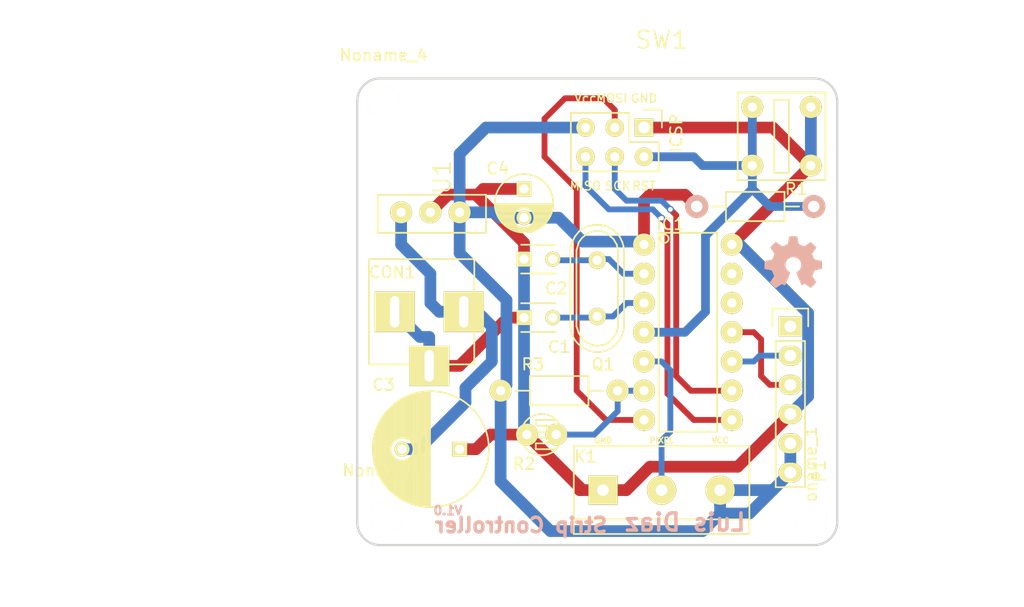
<source format=kicad_pcb>
(kicad_pcb (version 20171130) (host pcbnew "(5.1.12)-1")

  (general
    (thickness 1.6)
    (drawings 34)
    (tracks 146)
    (zones 0)
    (modules 20)
    (nets 17)
  )

  (page A4)
  (layers
    (0 F.Cu signal)
    (31 B.Cu signal)
    (32 B.Adhes user hide)
    (33 F.Adhes user hide)
    (34 B.Paste user hide)
    (35 F.Paste user hide)
    (36 B.SilkS user hide)
    (37 F.SilkS user hide)
    (38 B.Mask user hide)
    (39 F.Mask user hide)
    (40 Dwgs.User user hide)
    (41 Cmts.User user hide)
    (42 Eco1.User user)
    (43 Eco2.User user)
    (44 Edge.Cuts user)
    (45 Margin user hide)
    (46 B.CrtYd user hide)
    (47 F.CrtYd user)
    (48 B.Fab user hide)
    (49 F.Fab user hide)
  )

  (setup
    (last_trace_width 0.508)
    (trace_clearance 0.02)
    (zone_clearance 0.508)
    (zone_45_only no)
    (trace_min 0.2)
    (via_size 0.6)
    (via_drill 0.4)
    (via_min_size 0.4)
    (via_min_drill 0.3)
    (uvia_size 0.3)
    (uvia_drill 0.1)
    (uvias_allowed no)
    (uvia_min_size 0)
    (uvia_min_drill 0)
    (edge_width 0.15)
    (segment_width 0.2)
    (pcb_text_width 0.3)
    (pcb_text_size 1.5 1.5)
    (mod_edge_width 0.15)
    (mod_text_size 1 1)
    (mod_text_width 0.15)
    (pad_size 1.9 1.9)
    (pad_drill 0.8)
    (pad_to_mask_clearance 0.2)
    (aux_axis_origin 0 0)
    (visible_elements 7FFFFFFF)
    (pcbplotparams
      (layerselection 0x090ff_80000001)
      (usegerberextensions false)
      (usegerberattributes true)
      (usegerberadvancedattributes true)
      (creategerberjobfile true)
      (excludeedgelayer true)
      (linewidth 0.100000)
      (plotframeref false)
      (viasonmask false)
      (mode 1)
      (useauxorigin false)
      (hpglpennumber 1)
      (hpglpenspeed 20)
      (hpglpendiameter 15.000000)
      (psnegative false)
      (psa4output false)
      (plotreference true)
      (plotvalue true)
      (plotinvisibletext false)
      (padsonsilk false)
      (subtractmaskfromsilk false)
      (outputformat 1)
      (mirror false)
      (drillshape 0)
      (scaleselection 1)
      (outputdirectory "Gerbers"))
  )

  (net 0 "")
  (net 1 GND)
  (net 2 "Net-(C1-Pad2)")
  (net 3 "Net-(C2-Pad2)")
  (net 4 VCC)
  (net 5 "Net-(P1-Pad1)")
  (net 6 BRX)
  (net 7 BTX)
  (net 8 RST)
  (net 9 "Net-(IC1-Pad12)")
  (net 10 "Net-(C3-Pad2)")
  (net 11 MOSI)
  (net 12 MISO)
  (net 13 SCK)
  (net 14 PixelPin)
  (net 15 LDR)
  (net 16 "Net-(IC1-Pad13)")

  (net_class Default "This is the default net class."
    (clearance 0.02)
    (trace_width 0.508)
    (via_dia 0.6)
    (via_drill 0.4)
    (uvia_dia 0.3)
    (uvia_drill 0.1)
    (add_net BRX)
    (add_net BTX)
    (add_net LDR)
    (add_net MISO)
    (add_net MOSI)
    (add_net "Net-(C1-Pad2)")
    (add_net "Net-(C2-Pad2)")
    (add_net "Net-(IC1-Pad12)")
    (add_net "Net-(IC1-Pad13)")
    (add_net "Net-(P1-Pad1)")
    (add_net PixelPin)
    (add_net SCK)
  )

  (net_class PWR ""
    (clearance 0.02)
    (trace_width 1.016)
    (via_dia 0.6)
    (via_drill 0.4)
    (uvia_dia 0.3)
    (uvia_drill 0.1)
    (add_net GND)
    (add_net "Net-(C3-Pad2)")
    (add_net VCC)
  )

  (net_class RST ""
    (clearance 0.02)
    (trace_width 0.762)
    (via_dia 0.6)
    (via_drill 0.4)
    (uvia_dia 0.3)
    (uvia_drill 0.1)
    (add_net RST)
  )

  (module Pin_Headers:Pin_Header_Straight_2x03 (layer F.Cu) (tedit 568BAB5B) (tstamp 568BAA8A)
    (at 93.98 74.93 270)
    (descr "Through hole pin header")
    (tags "pin header")
    (path /56817774)
    (fp_text reference ICSP (at 0.508 -2.794 270) (layer F.SilkS)
      (effects (font (size 1 1) (thickness 0.15)))
    )
    (fp_text value ICSP (at 0 -3.1 270) (layer F.Fab)
      (effects (font (size 1 1) (thickness 0.15)))
    )
    (fp_line (start 3.81 1.27) (end 3.81 -1.27) (layer F.SilkS) (width 0.15))
    (fp_line (start 3.81 -1.27) (end 1.27 -1.27) (layer F.SilkS) (width 0.15))
    (fp_line (start -1.55 -1.55) (end -1.55 0) (layer F.SilkS) (width 0.15))
    (fp_line (start 3.81 6.35) (end 3.81 1.27) (layer F.SilkS) (width 0.15))
    (fp_line (start -1.27 6.35) (end 3.81 6.35) (layer F.SilkS) (width 0.15))
    (fp_line (start 1.27 1.27) (end -1.27 1.27) (layer F.SilkS) (width 0.15))
    (fp_line (start 1.27 -1.27) (end 1.27 1.27) (layer F.SilkS) (width 0.15))
    (fp_line (start -1.75 6.85) (end 4.3 6.85) (layer F.CrtYd) (width 0.05))
    (fp_line (start -1.75 -1.75) (end 4.3 -1.75) (layer F.CrtYd) (width 0.05))
    (fp_line (start 4.3 -1.75) (end 4.3 6.85) (layer F.CrtYd) (width 0.05))
    (fp_line (start -1.75 -1.75) (end -1.75 6.85) (layer F.CrtYd) (width 0.05))
    (fp_line (start -1.55 -1.55) (end 0 -1.55) (layer F.SilkS) (width 0.15))
    (fp_line (start -1.27 1.27) (end -1.27 6.35) (layer F.SilkS) (width 0.15))
    (pad 1 thru_hole rect (at 0 0 270) (size 1.6 1.6) (drill 1.016) (layers *.Cu *.Mask F.SilkS)
      (net 1 GND))
    (pad 2 thru_hole circle (at 2.54 0 270) (size 1.6 1.6) (drill 0.8) (layers *.Cu *.Mask F.SilkS)
      (net 8 RST))
    (pad 3 thru_hole circle (at 0 2.54 270) (size 1.6 1.6) (drill 0.8) (layers *.Cu *.Mask F.SilkS)
      (net 11 MOSI))
    (pad 4 thru_hole circle (at 2.54 2.54 270) (size 1.6 1.6) (drill 0.8) (layers *.Cu *.Mask F.SilkS)
      (net 13 SCK))
    (pad 5 thru_hole circle (at 0 5.08 270) (size 1.6 1.6) (drill 0.8) (layers *.Cu *.Mask F.SilkS)
      (net 4 VCC))
    (pad 6 thru_hole circle (at 2.54 5.08 270) (size 1.6 1.6) (drill 0.8) (layers *.Cu *.Mask F.SilkS)
      (net 12 MISO))
    (model Pin_Headers.3dshapes/Pin_Header_Straight_2x03.wrl
      (offset (xyz 1.269999980926514 -2.539999961853027 0))
      (scale (xyz 1 1 1))
      (rotate (xyz 0 0 90))
    )
  )

  (module library:MountingHole_2-8mm (layer F.Cu) (tedit 5687B4F2) (tstamp 5687B5CE)
    (at 71.628 108.712)
    (descr "Mounting hole, Befestigungsbohrung, 2,7mm, No Annular, Kein Restring,")
    (tags "Mounting hole, Befestigungsbohrung, 2,7mm, No Annular, Kein Restring,")
    (fp_text reference Noname_5 (at 0 -4.0005) (layer F.SilkS)
      (effects (font (size 1 1) (thickness 0.15)))
    )
    (fp_text value MountingHole_2-7mm (at 0.09906 3.59918) (layer F.Fab)
      (effects (font (size 1 1) (thickness 0.15)))
    )
    (fp_circle (center 0 0) (end 2.7 0) (layer Cmts.User) (width 0.381))
    (pad "" np_thru_hole circle (at 0 0) (size 2.8 2.8) (drill 2.8) (layers *.Cu *.Mask F.SilkS))
  )

  (module library:MountingHole_2-8mm (layer F.Cu) (tedit 5687B4EC) (tstamp 5687B5C8)
    (at 71.374 72.644)
    (descr "Mounting hole, Befestigungsbohrung, 2,7mm, No Annular, Kein Restring,")
    (tags "Mounting hole, Befestigungsbohrung, 2,7mm, No Annular, Kein Restring,")
    (fp_text reference Noname_4 (at 0 -4.0005) (layer F.SilkS)
      (effects (font (size 1 1) (thickness 0.15)))
    )
    (fp_text value MountingHole_2-7mm (at 0.09906 3.59918) (layer F.Fab)
      (effects (font (size 1 1) (thickness 0.15)))
    )
    (fp_circle (center 0 0) (end 2.7 0) (layer Cmts.User) (width 0.381))
    (pad "" np_thru_hole circle (at 0 0) (size 2.8 2.8) (drill 2.8) (layers *.Cu *.Mask F.SilkS))
  )

  (module Capacitors_ThroughHole:C_Radial_D10_L13_P5 (layer F.Cu) (tedit 5687B359) (tstamp 56839525)
    (at 77.978 102.87 180)
    (descr "Radial Electrolytic Capacitor Diameter 10mm x Length 13mm, Pitch 5mm")
    (tags "Electrolytic Capacitor")
    (path /56819631)
    (fp_text reference C3 (at 6.604 5.588 180) (layer F.SilkS)
      (effects (font (size 1 1) (thickness 0.15)))
    )
    (fp_text value 100uF (at 1.016 -2.286 180) (layer F.Fab)
      (effects (font (size 1 1) (thickness 0.15)))
    )
    (fp_circle (center 2.5 0) (end 2.5 -5.3) (layer F.CrtYd) (width 0.05))
    (fp_circle (center 2.5 0) (end 2.5 -5.0375) (layer F.SilkS) (width 0.15))
    (fp_circle (center 5 0) (end 5 -1) (layer F.SilkS) (width 0.15))
    (fp_line (start 7.475 -0.499) (end 7.475 0.499) (layer F.SilkS) (width 0.15))
    (fp_line (start 7.335 -1.274) (end 7.335 1.274) (layer F.SilkS) (width 0.15))
    (fp_line (start 7.195 -1.72) (end 7.195 1.72) (layer F.SilkS) (width 0.15))
    (fp_line (start 7.055 -2.062) (end 7.055 2.062) (layer F.SilkS) (width 0.15))
    (fp_line (start 6.915 -2.347) (end 6.915 2.347) (layer F.SilkS) (width 0.15))
    (fp_line (start 6.775 -2.593) (end 6.775 2.593) (layer F.SilkS) (width 0.15))
    (fp_line (start 6.635 -2.811) (end 6.635 2.811) (layer F.SilkS) (width 0.15))
    (fp_line (start 6.495 -3.007) (end 6.495 3.007) (layer F.SilkS) (width 0.15))
    (fp_line (start 6.355 -3.184) (end 6.355 3.184) (layer F.SilkS) (width 0.15))
    (fp_line (start 6.215 -3.346) (end 6.215 3.346) (layer F.SilkS) (width 0.15))
    (fp_line (start 6.075 -3.496) (end 6.075 3.496) (layer F.SilkS) (width 0.15))
    (fp_line (start 5.935 0.355) (end 5.935 3.633) (layer F.SilkS) (width 0.15))
    (fp_line (start 5.935 -3.633) (end 5.935 -0.355) (layer F.SilkS) (width 0.15))
    (fp_line (start 5.795 0.607) (end 5.795 3.761) (layer F.SilkS) (width 0.15))
    (fp_line (start 5.795 -3.761) (end 5.795 -0.607) (layer F.SilkS) (width 0.15))
    (fp_line (start 5.655 0.756) (end 5.655 3.879) (layer F.SilkS) (width 0.15))
    (fp_line (start 5.655 -3.879) (end 5.655 -0.756) (layer F.SilkS) (width 0.15))
    (fp_line (start 5.515 0.857) (end 5.515 3.989) (layer F.SilkS) (width 0.15))
    (fp_line (start 5.515 -3.989) (end 5.515 -0.857) (layer F.SilkS) (width 0.15))
    (fp_line (start 5.375 0.927) (end 5.375 4.091) (layer F.SilkS) (width 0.15))
    (fp_line (start 5.375 -4.091) (end 5.375 -0.927) (layer F.SilkS) (width 0.15))
    (fp_line (start 5.235 0.972) (end 5.235 4.186) (layer F.SilkS) (width 0.15))
    (fp_line (start 5.235 -4.186) (end 5.235 -0.972) (layer F.SilkS) (width 0.15))
    (fp_line (start 5.095 0.995) (end 5.095 4.274) (layer F.SilkS) (width 0.15))
    (fp_line (start 5.095 -4.274) (end 5.095 -0.995) (layer F.SilkS) (width 0.15))
    (fp_line (start 4.955 0.999) (end 4.955 4.356) (layer F.SilkS) (width 0.15))
    (fp_line (start 4.955 -4.356) (end 4.955 -0.999) (layer F.SilkS) (width 0.15))
    (fp_line (start 4.815 0.983) (end 4.815 4.432) (layer F.SilkS) (width 0.15))
    (fp_line (start 4.815 -4.432) (end 4.815 -0.983) (layer F.SilkS) (width 0.15))
    (fp_line (start 4.675 0.946) (end 4.675 4.502) (layer F.SilkS) (width 0.15))
    (fp_line (start 4.675 -4.502) (end 4.675 -0.946) (layer F.SilkS) (width 0.15))
    (fp_line (start 4.535 0.885) (end 4.535 4.567) (layer F.SilkS) (width 0.15))
    (fp_line (start 4.535 -4.567) (end 4.535 -0.885) (layer F.SilkS) (width 0.15))
    (fp_line (start 4.395 0.796) (end 4.395 4.627) (layer F.SilkS) (width 0.15))
    (fp_line (start 4.395 -4.627) (end 4.395 -0.796) (layer F.SilkS) (width 0.15))
    (fp_line (start 4.255 0.667) (end 4.255 4.682) (layer F.SilkS) (width 0.15))
    (fp_line (start 4.255 -4.682) (end 4.255 -0.667) (layer F.SilkS) (width 0.15))
    (fp_line (start 4.115 0.466) (end 4.115 4.732) (layer F.SilkS) (width 0.15))
    (fp_line (start 4.115 -4.732) (end 4.115 -0.466) (layer F.SilkS) (width 0.15))
    (fp_line (start 3.975 -4.777) (end 3.975 4.777) (layer F.SilkS) (width 0.15))
    (fp_line (start 3.835 -4.818) (end 3.835 4.818) (layer F.SilkS) (width 0.15))
    (fp_line (start 3.695 -4.855) (end 3.695 4.855) (layer F.SilkS) (width 0.15))
    (fp_line (start 3.555 -4.887) (end 3.555 4.887) (layer F.SilkS) (width 0.15))
    (fp_line (start 3.415 -4.916) (end 3.415 4.916) (layer F.SilkS) (width 0.15))
    (fp_line (start 3.275 -4.94) (end 3.275 4.94) (layer F.SilkS) (width 0.15))
    (fp_line (start 3.135 -4.96) (end 3.135 4.96) (layer F.SilkS) (width 0.15))
    (fp_line (start 2.995 -4.975) (end 2.995 4.975) (layer F.SilkS) (width 0.15))
    (fp_line (start 2.855 -4.987) (end 2.855 4.987) (layer F.SilkS) (width 0.15))
    (fp_line (start 2.715 -4.995) (end 2.715 4.995) (layer F.SilkS) (width 0.15))
    (fp_line (start 2.575 -4.999) (end 2.575 4.999) (layer F.SilkS) (width 0.15))
    (pad 1 thru_hole rect (at 0 0 180) (size 1.3 1.3) (drill 0.8) (layers *.Cu *.Mask F.SilkS)
      (net 1 GND))
    (pad 2 thru_hole circle (at 5 0 180) (size 1.3 1.3) (drill 0.8) (layers *.Cu *.Mask F.SilkS)
      (net 10 "Net-(C3-Pad2)"))
    (model Capacitors_ThroughHole.3dshapes/C_Radial_D10_L13_P5.wrl
      (offset (xyz 2.500000042453766 0 0))
      (scale (xyz 1 1 1))
      (rotate (xyz 0 0 90))
    )
  )

  (module library:LM7805 (layer F.Cu) (tedit 5683D029) (tstamp 568395C1)
    (at 72.898 82.296)
    (path /568193C7)
    (fp_text reference U1 (at 3.556 -3.048 90) (layer F.SilkS)
      (effects (font (size 1.5 1.5) (thickness 0.15)))
    )
    (fp_text value 7805 (at 5.08 -6.35 90) (layer F.Fab)
      (effects (font (size 1 1) (thickness 0.15)))
    )
    (fp_line (start 7.366 -1.524) (end 7.366 1.778) (layer F.SilkS) (width 0.15))
    (fp_line (start -2.032 -1.524) (end 7.366 -1.524) (layer F.SilkS) (width 0.15))
    (fp_line (start -2.032 -1.524) (end -2.032 1.778) (layer F.SilkS) (width 0.15))
    (fp_line (start -2.032 1.778) (end 7.366 1.778) (layer F.SilkS) (width 0.15))
    (pad VI thru_hole circle (at 0 0) (size 1.9 1.9) (drill 0.8) (layers *.Cu *.Mask F.SilkS)
      (net 10 "Net-(C3-Pad2)"))
    (pad GND thru_hole circle (at 2.54 0) (size 1.9 1.9) (drill 0.8) (layers *.Cu *.Mask F.SilkS)
      (net 1 GND))
    (pad VO thru_hole circle (at 5.08 0) (size 1.9 1.9) (drill 0.8) (layers *.Cu *.Mask F.SilkS)
      (net 4 VCC))
  )

  (module Connect:BARREL_JACK (layer F.Cu) (tedit 5683CFBC) (tstamp 56839532)
    (at 72.136 90.932)
    (descr "DC Barrel Jack")
    (tags "Power Jack")
    (path /5655D979)
    (fp_text reference CON1 (at 0 -3.429) (layer F.SilkS)
      (effects (font (size 1 1) (thickness 0.15)))
    )
    (fp_text value BARREL_JACK (at -8.89 -6.35) (layer F.Fab)
      (effects (font (size 1 1) (thickness 0.15)))
    )
    (fp_line (start -2.032 4.572) (end 7.112 4.572) (layer F.SilkS) (width 0.15))
    (fp_line (start -2.032 -4.572) (end 7.112 -4.572) (layer F.SilkS) (width 0.15))
    (fp_line (start -2.032 4.572) (end -2.032 -4.572) (layer F.SilkS) (width 0.15))
    (fp_line (start 7.112 -4.572) (end 7.112 4.572) (layer F.SilkS) (width 0.15))
    (pad 1 thru_hole rect (at 6.20014 0) (size 3.50012 3.50012) (drill oval 0.8 2.74) (layers *.Cu *.Mask F.SilkS)
      (net 10 "Net-(C3-Pad2)"))
    (pad 2 thru_hole rect (at 0.20066 0) (size 3.50012 3.50012) (drill oval 0.8 2.74) (layers *.Cu *.Mask F.SilkS)
      (net 1 GND))
    (pad 3 thru_hole rect (at 3.2004 4.699) (size 3.50012 3.50012) (drill oval 0.8 2.74) (layers *.Cu *.Mask F.SilkS)
      (net 1 GND))
  )

  (module Capacitors_ThroughHole:C_Disc_D3_P2.5 (layer F.Cu) (tedit 5687B385) (tstamp 56839519)
    (at 83.566 91.44)
    (descr "Capacitor 3mm Disc, Pitch 2.5mm")
    (tags Capacitor)
    (path /5655C8E4)
    (fp_text reference C1 (at 3.048 2.54 180) (layer F.SilkS)
      (effects (font (size 1 1) (thickness 0.15)))
    )
    (fp_text value 22pF (at 0.635 2.54) (layer F.Fab)
      (effects (font (size 1 1) (thickness 0.15)))
    )
    (fp_line (start 2.75 1.25) (end -0.25 1.25) (layer F.SilkS) (width 0.15))
    (fp_line (start -0.25 -1.25) (end 2.75 -1.25) (layer F.SilkS) (width 0.15))
    (fp_line (start -0.9 1.5) (end -0.9 -1.5) (layer F.CrtYd) (width 0.05))
    (fp_line (start 3.4 1.5) (end -0.9 1.5) (layer F.CrtYd) (width 0.05))
    (fp_line (start 3.4 -1.5) (end 3.4 1.5) (layer F.CrtYd) (width 0.05))
    (fp_line (start -0.9 -1.5) (end 3.4 -1.5) (layer F.CrtYd) (width 0.05))
    (pad 1 thru_hole rect (at 0 0) (size 1.3 1.3) (drill 0.8) (layers *.Cu *.Mask F.SilkS)
      (net 1 GND))
    (pad 2 thru_hole circle (at 2.5 0) (size 1.3 1.3) (drill 0.8001) (layers *.Cu *.Mask F.SilkS)
      (net 2 "Net-(C1-Pad2)"))
    (model Capacitors_ThroughHole.3dshapes/C_Disc_D3_P2.5.wrl
      (offset (xyz 1.250000021226883 0 0))
      (scale (xyz 1 1 1))
      (rotate (xyz 0 0 0))
    )
  )

  (module Capacitors_ThroughHole:C_Disc_D3_P2.5 (layer F.Cu) (tedit 5683B8A4) (tstamp 5683951F)
    (at 83.566 86.36)
    (descr "Capacitor 3mm Disc, Pitch 2.5mm")
    (tags Capacitor)
    (path /5655C84D)
    (fp_text reference C2 (at 2.794 2.54 180) (layer F.SilkS)
      (effects (font (size 1 1) (thickness 0.15)))
    )
    (fp_text value 22pF (at 0 2.54 180) (layer F.Fab)
      (effects (font (size 1 1) (thickness 0.15)))
    )
    (fp_line (start 2.75 1.25) (end -0.25 1.25) (layer F.SilkS) (width 0.15))
    (fp_line (start -0.25 -1.25) (end 2.75 -1.25) (layer F.SilkS) (width 0.15))
    (fp_line (start -0.9 1.5) (end -0.9 -1.5) (layer F.CrtYd) (width 0.05))
    (fp_line (start 3.4 1.5) (end -0.9 1.5) (layer F.CrtYd) (width 0.05))
    (fp_line (start 3.4 -1.5) (end 3.4 1.5) (layer F.CrtYd) (width 0.05))
    (fp_line (start -0.9 -1.5) (end 3.4 -1.5) (layer F.CrtYd) (width 0.05))
    (pad 1 thru_hole rect (at 0 0) (size 1.3 1.3) (drill 0.8) (layers *.Cu *.Mask F.SilkS)
      (net 1 GND))
    (pad 2 thru_hole circle (at 2.5 0) (size 1.3 1.3) (drill 0.8) (layers *.Cu *.Mask F.SilkS)
      (net 3 "Net-(C2-Pad2)"))
    (model Capacitors_ThroughHole.3dshapes/C_Disc_D3_P2.5.wrl
      (offset (xyz 1.250000021226883 0 0))
      (scale (xyz 1 1 1))
      (rotate (xyz 0 0 0))
    )
  )

  (module Capacitors_ThroughHole:C_Radial_D5_L6_P2.5 (layer F.Cu) (tedit 5683CE3C) (tstamp 5683952B)
    (at 83.566 80.264 270)
    (descr "Radial Electrolytic Capacitor Diameter 5mm x Length 6mm, Pitch 2.5mm")
    (tags "Electrolytic Capacitor")
    (path /568197BD)
    (fp_text reference C4 (at -1.778 2.286) (layer F.SilkS)
      (effects (font (size 1 1) (thickness 0.15)))
    )
    (fp_text value 10uF (at 2.286 -4.318) (layer F.Fab)
      (effects (font (size 1 1) (thickness 0.15)))
    )
    (fp_circle (center 1.25 0) (end 1.25 -2.8) (layer F.CrtYd) (width 0.05))
    (fp_circle (center 1.25 0) (end 1.25 -2.5375) (layer F.SilkS) (width 0.15))
    (fp_circle (center 2.5 0) (end 2.5 -0.9) (layer F.SilkS) (width 0.15))
    (fp_line (start 3.705 -0.472) (end 3.705 0.472) (layer F.SilkS) (width 0.15))
    (fp_line (start 3.565 -0.944) (end 3.565 0.944) (layer F.SilkS) (width 0.15))
    (fp_line (start 3.425 -1.233) (end 3.425 1.233) (layer F.SilkS) (width 0.15))
    (fp_line (start 3.285 0.44) (end 3.285 1.452) (layer F.SilkS) (width 0.15))
    (fp_line (start 3.285 -1.452) (end 3.285 -0.44) (layer F.SilkS) (width 0.15))
    (fp_line (start 3.145 0.628) (end 3.145 1.631) (layer F.SilkS) (width 0.15))
    (fp_line (start 3.145 -1.631) (end 3.145 -0.628) (layer F.SilkS) (width 0.15))
    (fp_line (start 3.005 0.745) (end 3.005 1.78) (layer F.SilkS) (width 0.15))
    (fp_line (start 3.005 -1.78) (end 3.005 -0.745) (layer F.SilkS) (width 0.15))
    (fp_line (start 2.865 0.823) (end 2.865 1.908) (layer F.SilkS) (width 0.15))
    (fp_line (start 2.865 -1.908) (end 2.865 -0.823) (layer F.SilkS) (width 0.15))
    (fp_line (start 2.725 0.871) (end 2.725 2.019) (layer F.SilkS) (width 0.15))
    (fp_line (start 2.725 -2.019) (end 2.725 -0.871) (layer F.SilkS) (width 0.15))
    (fp_line (start 2.585 0.896) (end 2.585 2.114) (layer F.SilkS) (width 0.15))
    (fp_line (start 2.585 -2.114) (end 2.585 -0.896) (layer F.SilkS) (width 0.15))
    (fp_line (start 2.445 0.898) (end 2.445 2.196) (layer F.SilkS) (width 0.15))
    (fp_line (start 2.445 -2.196) (end 2.445 -0.898) (layer F.SilkS) (width 0.15))
    (fp_line (start 2.305 0.879) (end 2.305 2.266) (layer F.SilkS) (width 0.15))
    (fp_line (start 2.305 -2.266) (end 2.305 -0.879) (layer F.SilkS) (width 0.15))
    (fp_line (start 2.165 0.835) (end 2.165 2.327) (layer F.SilkS) (width 0.15))
    (fp_line (start 2.165 -2.327) (end 2.165 -0.835) (layer F.SilkS) (width 0.15))
    (fp_line (start 2.025 0.764) (end 2.025 2.377) (layer F.SilkS) (width 0.15))
    (fp_line (start 2.025 -2.377) (end 2.025 -0.764) (layer F.SilkS) (width 0.15))
    (fp_line (start 1.885 0.657) (end 1.885 2.418) (layer F.SilkS) (width 0.15))
    (fp_line (start 1.885 -2.418) (end 1.885 -0.657) (layer F.SilkS) (width 0.15))
    (fp_line (start 1.745 0.49) (end 1.745 2.451) (layer F.SilkS) (width 0.15))
    (fp_line (start 1.745 -2.451) (end 1.745 -0.49) (layer F.SilkS) (width 0.15))
    (fp_line (start 1.605 0.095) (end 1.605 2.475) (layer F.SilkS) (width 0.15))
    (fp_line (start 1.605 -2.475) (end 1.605 -0.095) (layer F.SilkS) (width 0.15))
    (fp_line (start 1.465 -2.491) (end 1.465 2.491) (layer F.SilkS) (width 0.15))
    (fp_line (start 1.325 -2.499) (end 1.325 2.499) (layer F.SilkS) (width 0.15))
    (pad 1 thru_hole rect (at 0 0 270) (size 1.3 1.3) (drill 0.8) (layers *.Cu *.Mask F.SilkS)
      (net 1 GND))
    (pad 2 thru_hole circle (at 2.5 0 270) (size 1.3 1.3) (drill 0.8) (layers *.Cu *.Mask F.SilkS)
      (net 4 VCC))
    (model Capacitors_ThroughHole.3dshapes/C_Radial_D5_L6_P2.5.wrl
      (offset (xyz 1.250000021226883 0 0))
      (scale (xyz 1 1 1))
      (rotate (xyz 0 0 90))
    )
  )

  (module library:Attiny24-54-84 (layer F.Cu) (tedit 5683A3E4) (tstamp 56839549)
    (at 93.98 85.09)
    (path /5655C5E9)
    (fp_text reference IC1 (at 2.286 -1.778) (layer F.SilkS)
      (effects (font (size 1 1) (thickness 0.15)))
    )
    (fp_text value ATTINY84-P (at 3.81 7.112 90) (layer F.Fab)
      (effects (font (size 1 1) (thickness 0.15)))
    )
    (fp_line (start 6.35 -1.016) (end 6.35 16.256) (layer F.SilkS) (width 0.15))
    (fp_line (start 1.27 -1.016) (end 6.35 -1.016) (layer F.SilkS) (width 0.15))
    (fp_line (start 1.27 16.256) (end 6.35 16.256) (layer F.SilkS) (width 0.15))
    (fp_line (start 1.27 -1.016) (end 1.27 16.256) (layer F.SilkS) (width 0.15))
    (fp_circle (center 1.778 -0.508) (end 2.032 -0.254) (layer F.SilkS) (width 0.15))
    (pad 1 thru_hole circle (at 0 0) (size 1.9 1.9) (drill 0.8) (layers *.Cu *.Mask F.SilkS)
      (net 4 VCC))
    (pad 2 thru_hole circle (at 0 2.54) (size 1.9 1.9) (drill 0.8) (layers *.Cu *.Mask F.SilkS)
      (net 3 "Net-(C2-Pad2)"))
    (pad 3 thru_hole circle (at 0 5.08) (size 1.9 1.9) (drill 0.8) (layers *.Cu *.Mask F.SilkS)
      (net 2 "Net-(C1-Pad2)"))
    (pad 4 thru_hole circle (at 0 7.62) (size 1.9 1.9) (drill 0.8) (layers *.Cu *.Mask F.SilkS)
      (net 8 RST))
    (pad 5 thru_hole circle (at 0 10.16) (size 1.9 1.9) (drill 0.8) (layers *.Cu *.Mask F.SilkS)
      (net 14 PixelPin))
    (pad 6 thru_hole circle (at 0 12.7) (size 1.9 1.9) (drill 0.8) (layers *.Cu *.Mask F.SilkS)
      (net 15 LDR))
    (pad 7 thru_hole circle (at 0 15.24) (size 1.9 1.9) (drill 0.8) (layers *.Cu *.Mask F.SilkS)
      (net 11 MOSI))
    (pad 8 thru_hole circle (at 7.62 15.24) (size 1.9 1.9) (drill 0.8) (layers *.Cu *.Mask F.SilkS)
      (net 12 MISO))
    (pad 9 thru_hole circle (at 7.62 12.7) (size 1.9 1.9) (drill 0.8) (layers *.Cu *.Mask F.SilkS)
      (net 13 SCK))
    (pad 10 thru_hole circle (at 7.62 10.16) (size 1.9 1.9) (drill 0.8) (layers *.Cu *.Mask F.SilkS)
      (net 6 BRX))
    (pad 11 thru_hole circle (at 7.62 7.62) (size 1.9 1.9) (drill 0.8) (layers *.Cu *.Mask F.SilkS)
      (net 7 BTX))
    (pad 12 thru_hole circle (at 7.62 5.08) (size 1.9 1.9) (drill 0.8) (layers *.Cu *.Mask F.SilkS)
      (net 9 "Net-(IC1-Pad12)"))
    (pad 13 thru_hole circle (at 7.62 2.54) (size 1.9 1.9) (drill 0.8) (layers *.Cu *.Mask F.SilkS)
      (net 16 "Net-(IC1-Pad13)"))
    (pad 14 thru_hole circle (at 7.62 0) (size 1.9 1.9) (drill 0.8) (layers *.Cu *.Mask F.SilkS)
      (net 1 GND))
  )

  (module Connect:bornier3 (layer F.Cu) (tedit 5687ACD3) (tstamp 56839550)
    (at 95.504 106.426)
    (descr "Bornier d'alimentation 3 pins")
    (tags DEV)
    (path /56816C70)
    (fp_text reference K1 (at -6.604 -2.921) (layer F.SilkS)
      (effects (font (size 1 1) (thickness 0.15)))
    )
    (fp_text value CONN_3_V (at 8.636 1.778 90) (layer F.Fab)
      (effects (font (size 1 1) (thickness 0.15)))
    )
    (fp_line (start -7.62 3.81) (end 7.62 3.81) (layer F.SilkS) (width 0.15))
    (fp_line (start -7.62 -3.81) (end 7.62 -3.81) (layer F.SilkS) (width 0.15))
    (fp_line (start -7.62 2.54) (end 7.62 2.54) (layer F.SilkS) (width 0.15))
    (fp_line (start 7.62 3.81) (end 7.62 -3.81) (layer F.SilkS) (width 0.15))
    (fp_line (start -7.62 3.81) (end -7.62 -3.81) (layer F.SilkS) (width 0.15))
    (pad 1 thru_hole rect (at -5.08 0) (size 2.54 2.54) (drill 1) (layers *.Cu *.Mask F.SilkS)
      (net 1 GND))
    (pad 2 thru_hole circle (at 0 0) (size 2.54 2.54) (drill 1) (layers *.Cu *.Mask F.SilkS)
      (net 14 PixelPin))
    (pad 3 thru_hole circle (at 5.08 0) (size 2.54 2.54) (drill 1) (layers *.Cu *.Mask F.SilkS)
      (net 4 VCC))
    (model Connect.3dshapes/bornier3.wrl
      (at (xyz 0 0 0))
      (scale (xyz 1 1 1))
      (rotate (xyz 0 0 0))
    )
  )

  (module Pin_Headers:Pin_Header_Straight_1x06 (layer F.Cu) (tedit 5683BB7E) (tstamp 5683955A)
    (at 106.68 92.202)
    (descr "Through hole pin header")
    (tags "pin header")
    (path /568168DC)
    (fp_text reference P1 (at 2.54 12.573 90) (layer F.SilkS)
      (effects (font (size 1 1) (thickness 0.15)))
    )
    (fp_text value BT_Header-1x06 (at 2.54 4.953 90) (layer F.Fab)
      (effects (font (size 1 1) (thickness 0.15)))
    )
    (fp_line (start -1.55 -1.55) (end 1.55 -1.55) (layer F.SilkS) (width 0.15))
    (fp_line (start -1.55 0) (end -1.55 -1.55) (layer F.SilkS) (width 0.15))
    (fp_line (start 1.27 1.27) (end -1.27 1.27) (layer F.SilkS) (width 0.15))
    (fp_line (start 1.55 -1.55) (end 1.55 0) (layer F.SilkS) (width 0.15))
    (fp_line (start -1.27 13.97) (end -1.27 1.27) (layer F.SilkS) (width 0.15))
    (fp_line (start 1.27 13.97) (end -1.27 13.97) (layer F.SilkS) (width 0.15))
    (fp_line (start 1.27 1.27) (end 1.27 13.97) (layer F.SilkS) (width 0.15))
    (fp_line (start -1.75 14.45) (end 1.75 14.45) (layer F.CrtYd) (width 0.05))
    (fp_line (start -1.75 -1.75) (end 1.75 -1.75) (layer F.CrtYd) (width 0.05))
    (fp_line (start 1.75 -1.75) (end 1.75 14.45) (layer F.CrtYd) (width 0.05))
    (fp_line (start -1.75 -1.75) (end -1.75 14.45) (layer F.CrtYd) (width 0.05))
    (pad 1 thru_hole rect (at 0 0) (size 2.032 1.7272) (drill 1.016) (layers *.Cu *.Mask F.SilkS)
      (net 5 "Net-(P1-Pad1)"))
    (pad 2 thru_hole oval (at 0 2.54) (size 2.032 1.7272) (drill 1.016) (layers *.Cu *.Mask F.SilkS)
      (net 6 BRX))
    (pad 3 thru_hole oval (at 0 5.08) (size 2.032 1.7272) (drill 1.016) (layers *.Cu *.Mask F.SilkS)
      (net 7 BTX))
    (pad 4 thru_hole oval (at 0 7.62) (size 2.032 1.7272) (drill 1.016) (layers *.Cu *.Mask F.SilkS)
      (net 1 GND))
    (pad 5 thru_hole oval (at 0 10.16) (size 2.032 1.7272) (drill 1.016) (layers *.Cu *.Mask F.SilkS)
      (net 4 VCC))
    (pad 6 thru_hole oval (at 0 12.7) (size 2.032 1.7272) (drill 1.016) (layers *.Cu *.Mask F.SilkS)
      (net 4 VCC))
    (model Pin_Headers.3dshapes/Pin_Header_Straight_1x06.wrl
      (offset (xyz 0 -6.349999904632568 0))
      (scale (xyz 1 1 1))
      (rotate (xyz 0 0 90))
    )
  )

  (module Crystals:Crystal_HC49-U_Vertical (layer F.Cu) (tedit 5687B389) (tstamp 56839599)
    (at 89.916 88.9 270)
    (descr "Crystal, Quarz, HC49/U, vertical, stehend,")
    (tags "Crystal, Quarz, HC49/U, vertical, stehend,")
    (path /5655C670)
    (fp_text reference Q1 (at 6.604 -0.508 180) (layer F.SilkS)
      (effects (font (size 1 1) (thickness 0.15)))
    )
    (fp_text value HC49 (at 6.604 0) (layer F.Fab)
      (effects (font (size 1 1) (thickness 0.15)))
    )
    (fp_line (start -3.2004 -2.32918) (end 3.2512 -2.32918) (layer F.SilkS) (width 0.15))
    (fp_line (start 3.6703 2.29108) (end 4.16052 2.1209) (layer F.SilkS) (width 0.15))
    (fp_line (start 3.2512 2.32918) (end 3.6703 2.29108) (layer F.SilkS) (width 0.15))
    (fp_line (start -3.2004 2.32918) (end 3.2512 2.32918) (layer F.SilkS) (width 0.15))
    (fp_line (start 3.73126 -2.2606) (end 3.2893 -2.32918) (layer F.SilkS) (width 0.15))
    (fp_line (start 4.16052 -2.1209) (end 3.73126 -2.2606) (layer F.SilkS) (width 0.15))
    (fp_line (start 4.54914 -1.88976) (end 4.16052 -2.1209) (layer F.SilkS) (width 0.15))
    (fp_line (start 4.89966 -1.56972) (end 4.54914 -1.88976) (layer F.SilkS) (width 0.15))
    (fp_line (start 5.26034 -1.09982) (end 4.89966 -1.56972) (layer F.SilkS) (width 0.15))
    (fp_line (start 5.45084 -0.65024) (end 5.26034 -1.09982) (layer F.SilkS) (width 0.15))
    (fp_line (start 5.53974 -0.1905) (end 5.45084 -0.65024) (layer F.SilkS) (width 0.15))
    (fp_line (start 5.51942 0.26924) (end 5.53974 -0.1905) (layer F.SilkS) (width 0.15))
    (fp_line (start 5.4102 0.73914) (end 5.51942 0.26924) (layer F.SilkS) (width 0.15))
    (fp_line (start 5.11048 1.29032) (end 5.4102 0.73914) (layer F.SilkS) (width 0.15))
    (fp_line (start 4.85902 1.62052) (end 5.11048 1.29032) (layer F.SilkS) (width 0.15))
    (fp_line (start 4.53898 1.89992) (end 4.85902 1.62052) (layer F.SilkS) (width 0.15))
    (fp_line (start 4.16052 2.1209) (end 4.53898 1.89992) (layer F.SilkS) (width 0.15))
    (fp_line (start -3.6195 2.30886) (end -3.18008 2.33934) (layer F.SilkS) (width 0.15))
    (fp_line (start -4.06908 2.14884) (end -3.6195 2.30886) (layer F.SilkS) (width 0.15))
    (fp_line (start -4.49072 1.94056) (end -4.06908 2.14884) (layer F.SilkS) (width 0.15))
    (fp_line (start -4.95046 1.56972) (end -4.49072 1.94056) (layer F.SilkS) (width 0.15))
    (fp_line (start -5.34924 0.98044) (end -4.95046 1.56972) (layer F.SilkS) (width 0.15))
    (fp_line (start -5.51942 0.2794) (end -5.34924 0.98044) (layer F.SilkS) (width 0.15))
    (fp_line (start -5.51942 -0.23114) (end -5.51942 0.2794) (layer F.SilkS) (width 0.15))
    (fp_line (start -5.38988 -0.83058) (end -5.51942 -0.23114) (layer F.SilkS) (width 0.15))
    (fp_line (start -5.10032 -1.36906) (end -5.38988 -0.83058) (layer F.SilkS) (width 0.15))
    (fp_line (start -4.77012 -1.71958) (end -5.10032 -1.36906) (layer F.SilkS) (width 0.15))
    (fp_line (start -4.48056 -1.95072) (end -4.77012 -1.71958) (layer F.SilkS) (width 0.15))
    (fp_line (start -4.04876 -2.16916) (end -4.48056 -1.95072) (layer F.SilkS) (width 0.15))
    (fp_line (start -3.64998 -2.28092) (end -4.04876 -2.16916) (layer F.SilkS) (width 0.15))
    (fp_line (start -3.19024 -2.32918) (end -3.64998 -2.28092) (layer F.SilkS) (width 0.15))
    (fp_line (start 4.30022 -1.39954) (end 4.8006 -0.89916) (layer F.SilkS) (width 0.15))
    (fp_line (start 3.79984 -1.69926) (end 4.30022 -1.39954) (layer F.SilkS) (width 0.15))
    (fp_line (start 3.40106 -1.80086) (end 3.79984 -1.69926) (layer F.SilkS) (width 0.15))
    (fp_line (start -3.2004 -1.80086) (end 3.40106 -1.80086) (layer F.SilkS) (width 0.15))
    (fp_line (start -3.79984 -1.69926) (end -3.29946 -1.80086) (layer F.SilkS) (width 0.15))
    (fp_line (start -4.30022 -1.39954) (end -3.79984 -1.69926) (layer F.SilkS) (width 0.15))
    (fp_line (start -4.8006 -0.8001) (end -4.30022 -1.39954) (layer F.SilkS) (width 0.15))
    (fp_line (start -5.00126 -0.29972) (end -4.8006 -0.8001) (layer F.SilkS) (width 0.15))
    (fp_line (start -5.00126 0.20066) (end -5.00126 -0.29972) (layer F.SilkS) (width 0.15))
    (fp_line (start -4.8006 0.8001) (end -5.00126 0.20066) (layer F.SilkS) (width 0.15))
    (fp_line (start -4.39928 1.30048) (end -4.8006 0.8001) (layer F.SilkS) (width 0.15))
    (fp_line (start -4.0005 1.6002) (end -4.39928 1.30048) (layer F.SilkS) (width 0.15))
    (fp_line (start -3.29946 1.80086) (end -4.0005 1.6002) (layer F.SilkS) (width 0.15))
    (fp_line (start 3.29946 1.80086) (end -3.29946 1.80086) (layer F.SilkS) (width 0.15))
    (fp_line (start 3.8989 1.6002) (end 3.29946 1.80086) (layer F.SilkS) (width 0.15))
    (fp_line (start 4.50088 1.19888) (end 3.8989 1.6002) (layer F.SilkS) (width 0.15))
    (fp_line (start 4.89966 0.50038) (end 4.50088 1.19888) (layer F.SilkS) (width 0.15))
    (fp_line (start 5.00126 0) (end 4.89966 0.50038) (layer F.SilkS) (width 0.15))
    (fp_line (start 4.89966 -0.59944) (end 5.00126 0) (layer F.SilkS) (width 0.15))
    (fp_line (start 4.699 -1.00076) (end 4.89966 -0.59944) (layer F.SilkS) (width 0.15))
    (pad 1 thru_hole circle (at -2.44094 0 270) (size 1.50114 1.50114) (drill 0.8001) (layers *.Cu *.Mask F.SilkS)
      (net 3 "Net-(C2-Pad2)"))
    (pad 2 thru_hole circle (at 2.44094 0 270) (size 1.50114 1.50114) (drill 0.8001) (layers *.Cu *.Mask F.SilkS)
      (net 2 "Net-(C1-Pad2)"))
  )

  (module Resistors_ThroughHole:Resistor_Horizontal_RM10mm (layer F.Cu) (tedit 5687B392) (tstamp 568395A5)
    (at 103.632 81.788 180)
    (descr "Resistor, Axial,  RM 10mm, 1/3W,")
    (tags "Resistor, Axial, RM 10mm, 1/3W,")
    (path /5655D222)
    (fp_text reference R1 (at -3.556 1.524 180) (layer F.SilkS)
      (effects (font (size 1 1) (thickness 0.15)))
    )
    (fp_text value 10K (at 0 0 180) (layer F.Fab)
      (effects (font (size 1 1) (thickness 0.15)))
    )
    (fp_line (start 2.54 0) (end 3.81 0) (layer F.SilkS) (width 0.15))
    (fp_line (start -2.54 0) (end -3.81 0) (layer F.SilkS) (width 0.15))
    (fp_line (start -2.54 1.27) (end -2.54 -1.27) (layer F.SilkS) (width 0.15))
    (fp_line (start 2.54 1.27) (end -2.54 1.27) (layer F.SilkS) (width 0.15))
    (fp_line (start 2.54 -1.27) (end 2.54 1.27) (layer F.SilkS) (width 0.15))
    (fp_line (start -2.54 -1.27) (end 2.54 -1.27) (layer F.SilkS) (width 0.15))
    (pad 1 thru_hole circle (at -5.08 0 180) (size 1.99898 1.99898) (drill 1.00076) (layers *.Cu *.SilkS *.Mask)
      (net 8 RST))
    (pad 2 thru_hole circle (at 5.08 0 180) (size 1.99898 1.99898) (drill 1.00076) (layers *.Cu *.SilkS *.Mask)
      (net 4 VCC))
    (model Resistors_ThroughHole.3dshapes/Resistor_Horizontal_RM10mm.wrl
      (at (xyz 0 0 0))
      (scale (xyz 0.4 0.4 0.4))
      (rotate (xyz 0 0 0))
    )
  )

  (module Resistors_ThroughHole:Resistor_Horizontal_RM10mm (layer F.Cu) (tedit 568BAFD7) (tstamp 5687B227)
    (at 86.614 97.79)
    (descr "Resistor, Axial,  RM 10mm, 1/3W,")
    (tags "Resistor, Axial, RM 10mm, 1/3W,")
    (path /5687BBA1)
    (fp_text reference R3 (at -2.286 -2.286) (layer F.SilkS)
      (effects (font (size 1 1) (thickness 0.15)))
    )
    (fp_text value 10K (at 3.81 3.81) (layer F.Fab)
      (effects (font (size 1 1) (thickness 0.15)))
    )
    (fp_line (start 2.54 0) (end 3.81 0) (layer F.SilkS) (width 0.15))
    (fp_line (start -2.54 0) (end -3.81 0) (layer F.SilkS) (width 0.15))
    (fp_line (start -2.54 1.27) (end -2.54 -1.27) (layer F.SilkS) (width 0.15))
    (fp_line (start 2.54 1.27) (end -2.54 1.27) (layer F.SilkS) (width 0.15))
    (fp_line (start 2.54 -1.27) (end 2.54 1.27) (layer F.SilkS) (width 0.15))
    (fp_line (start -2.54 -1.27) (end 2.54 -1.27) (layer F.SilkS) (width 0.15))
    (pad 1 thru_hole circle (at -5.08 0) (size 1.9 1.9) (drill 0.8) (layers *.Cu *.Mask F.SilkS)
      (net 4 VCC))
    (pad 2 thru_hole circle (at 5.08 0) (size 1.9 1.9) (drill 0.8) (layers *.Cu *.Mask F.SilkS)
      (net 15 LDR))
    (model Resistors_ThroughHole.3dshapes/Resistor_Horizontal_RM10mm.wrl
      (at (xyz 0 0 0))
      (scale (xyz 0.4 0.4 0.4))
      (rotate (xyz 0 0 0))
    )
  )

  (module library:LDR (layer F.Cu) (tedit 568BAFE0) (tstamp 5687B435)
    (at 86.36 101.6 180)
    (path /5687BD6A)
    (fp_text reference R2 (at 2.794 -2.54 180) (layer F.SilkS)
      (effects (font (size 1 1) (thickness 0.15)))
    )
    (fp_text value LDR (at 0 -2.54 180) (layer F.Fab)
      (effects (font (size 1 1) (thickness 0.15)))
    )
    (fp_circle (center 1.27 0) (end -0.508 -0.254) (layer F.SilkS) (width 0.15))
    (fp_line (start 0.762 -0.254) (end 1.778 -0.254) (layer F.SilkS) (width 0.15))
    (fp_line (start 0.762 -0.508) (end 0.762 -0.254) (layer F.SilkS) (width 0.15))
    (fp_line (start 1.778 -1.27) (end 0 -1.27) (layer F.SilkS) (width 0.15))
    (fp_line (start 1.778 -0.762) (end 1.778 -1.27) (layer F.SilkS) (width 0.15))
    (fp_line (start 0.762 -0.762) (end 1.778 -0.762) (layer F.SilkS) (width 0.15))
    (fp_line (start 0.762 -0.508) (end 0.762 -0.762) (layer F.SilkS) (width 0.15))
    (fp_line (start 0.762 1.27) (end 0 1.27) (layer F.SilkS) (width 0.15))
    (fp_line (start 1.778 1.27) (end 0.762 1.27) (layer F.SilkS) (width 0.15))
    (fp_line (start 1.778 0.762) (end 1.778 1.27) (layer F.SilkS) (width 0.15))
    (fp_line (start 0.762 0.762) (end 1.778 0.762) (layer F.SilkS) (width 0.15))
    (fp_line (start 0.762 0.254) (end 0.762 0.762) (layer F.SilkS) (width 0.15))
    (fp_line (start 1.778 0.254) (end 0.762 0.254) (layer F.SilkS) (width 0.15))
    (fp_line (start 1.778 -0.254) (end 1.778 0.254) (layer F.SilkS) (width 0.15))
    (pad 1 thru_hole circle (at 0 0 180) (size 1.9 1.9) (drill 0.8) (layers *.Cu *.Mask F.SilkS)
      (net 15 LDR))
    (pad 2 thru_hole circle (at 2.54 0 180) (size 1.9 1.9) (drill 0.8) (layers *.Cu *.Mask F.SilkS)
      (net 1 GND))
  )

  (module library:LOGO_OSHW_B.SilkS_5mm (layer F.Cu) (tedit 5687B419) (tstamp 5687B559)
    (at 106.934 86.614)
    (fp_text reference Noname_3 (at 0 2.65176 90) (layer B.SilkS) hide
      (effects (font (size 0.22606 0.22606) (thickness 0.04318)) (justify mirror))
    )
    (fp_text value val** (at 0 -2.65176) (layer B.SilkS) hide
      (effects (font (size 0.22606 0.22606) (thickness 0.04318)))
    )
    (fp_poly (pts (xy -1.51384 2.24536) (xy -1.48844 2.23012) (xy -1.43002 2.19456) (xy -1.3462 2.13868)
      (xy -1.24714 2.07264) (xy -1.14808 2.0066) (xy -1.0668 1.95326) (xy -1.01092 1.91516)
      (xy -0.98552 1.90246) (xy -0.97282 1.90754) (xy -0.9271 1.9304) (xy -0.85852 1.96596)
      (xy -0.81788 1.98628) (xy -0.75692 2.01168) (xy -0.7239 2.0193) (xy -0.71882 2.00914)
      (xy -0.69596 1.96088) (xy -0.6604 1.8796) (xy -0.61468 1.77038) (xy -0.5588 1.64338)
      (xy -0.50292 1.50876) (xy -0.4445 1.36906) (xy -0.38862 1.23444) (xy -0.34036 1.11506)
      (xy -0.29972 1.01854) (xy -0.27432 0.94996) (xy -0.26416 0.92202) (xy -0.2667 0.9144)
      (xy -0.29972 0.88392) (xy -0.35306 0.84328) (xy -0.47244 0.74676) (xy -0.58928 0.60198)
      (xy -0.6604 0.43688) (xy -0.68326 0.25146) (xy -0.66294 0.08128) (xy -0.5969 -0.08128)
      (xy -0.4826 -0.2286) (xy -0.3429 -0.33782) (xy -0.18034 -0.4064) (xy 0 -0.42926)
      (xy 0.17272 -0.40894) (xy 0.34036 -0.3429) (xy 0.48768 -0.23114) (xy 0.55118 -0.16002)
      (xy 0.63754 -0.01016) (xy 0.6858 0.14732) (xy 0.69088 0.18796) (xy 0.68326 0.36322)
      (xy 0.63246 0.5334) (xy 0.53848 0.68326) (xy 0.40894 0.80772) (xy 0.3937 0.81788)
      (xy 0.33528 0.8636) (xy 0.29464 0.89408) (xy 0.26416 0.91948) (xy 0.48768 1.45796)
      (xy 0.52324 1.54178) (xy 0.5842 1.6891) (xy 0.63754 1.8161) (xy 0.68072 1.9177)
      (xy 0.7112 1.98374) (xy 0.7239 2.01168) (xy 0.7239 2.01422) (xy 0.74422 2.01676)
      (xy 0.78486 2.00152) (xy 0.86106 1.96596) (xy 0.90932 1.94056) (xy 0.96774 1.91262)
      (xy 0.99314 1.90246) (xy 1.016 1.91516) (xy 1.06934 1.95072) (xy 1.15062 2.00406)
      (xy 1.24714 2.06756) (xy 1.33858 2.13106) (xy 1.4224 2.18694) (xy 1.48336 2.22504)
      (xy 1.51384 2.24282) (xy 1.51892 2.24282) (xy 1.54432 2.22758) (xy 1.59258 2.18694)
      (xy 1.66624 2.11836) (xy 1.77038 2.01422) (xy 1.78562 1.99898) (xy 1.87198 1.91262)
      (xy 1.94056 1.83896) (xy 1.98628 1.78816) (xy 2.00406 1.7653) (xy 1.98882 1.73482)
      (xy 1.95072 1.67386) (xy 1.89484 1.5875) (xy 1.82626 1.48844) (xy 1.64846 1.22936)
      (xy 1.74498 0.98552) (xy 1.77546 0.90932) (xy 1.81356 0.82042) (xy 1.8415 0.75438)
      (xy 1.85674 0.72644) (xy 1.88214 0.71628) (xy 1.95072 0.70104) (xy 2.04724 0.68072)
      (xy 2.16154 0.6604) (xy 2.2733 0.64008) (xy 2.37236 0.61976) (xy 2.44348 0.60706)
      (xy 2.4765 0.59944) (xy 2.48412 0.59436) (xy 2.49174 0.57912) (xy 2.49428 0.5461)
      (xy 2.49682 0.48514) (xy 2.49936 0.39116) (xy 2.49936 0.25146) (xy 2.49936 0.23622)
      (xy 2.49682 0.10668) (xy 2.49428 0) (xy 2.49174 -0.06604) (xy 2.48666 -0.09398)
      (xy 2.45618 -0.1016) (xy 2.38506 -0.11684) (xy 2.286 -0.13462) (xy 2.16662 -0.15748)
      (xy 2.159 -0.16002) (xy 2.04216 -0.18288) (xy 1.9431 -0.2032) (xy 1.87198 -0.21844)
      (xy 1.84404 -0.2286) (xy 1.83642 -0.23622) (xy 1.81356 -0.28194) (xy 1.78054 -0.3556)
      (xy 1.7399 -0.4445) (xy 1.7018 -0.53848) (xy 1.66878 -0.6223) (xy 1.64592 -0.68326)
      (xy 1.6383 -0.7112) (xy 1.64084 -0.71374) (xy 1.65862 -0.74168) (xy 1.69926 -0.80264)
      (xy 1.75514 -0.88646) (xy 1.82372 -0.98806) (xy 1.8288 -0.99568) (xy 1.89738 -1.09474)
      (xy 1.95326 -1.1811) (xy 1.98882 -1.23952) (xy 2.00406 -1.26746) (xy 2.00406 -1.27)
      (xy 1.9812 -1.30048) (xy 1.9304 -1.35636) (xy 1.85674 -1.43256) (xy 1.77038 -1.52146)
      (xy 1.74244 -1.54686) (xy 1.64338 -1.64338) (xy 1.57734 -1.70434) (xy 1.53416 -1.73736)
      (xy 1.51384 -1.74498) (xy 1.48336 -1.7272) (xy 1.41986 -1.68656) (xy 1.33604 -1.62814)
      (xy 1.23444 -1.55956) (xy 1.22682 -1.55448) (xy 1.12776 -1.4859) (xy 1.04394 -1.43002)
      (xy 0.98552 -1.38938) (xy 0.95758 -1.37414) (xy 0.95504 -1.37414) (xy 0.9144 -1.38684)
      (xy 0.84328 -1.41224) (xy 0.75438 -1.44526) (xy 0.66294 -1.48336) (xy 0.57912 -1.51892)
      (xy 0.51562 -1.54686) (xy 0.48514 -1.56464) (xy 0.47498 -1.6002) (xy 0.4572 -1.6764)
      (xy 0.43688 -1.778) (xy 0.41148 -1.89992) (xy 0.40894 -1.92024) (xy 0.38608 -2.03962)
      (xy 0.3683 -2.13868) (xy 0.35306 -2.20726) (xy 0.34544 -2.2352) (xy 0.3302 -2.23774)
      (xy 0.27178 -2.24282) (xy 0.18288 -2.24536) (xy 0.07366 -2.24536) (xy -0.0381 -2.24536)
      (xy -0.14732 -2.24282) (xy -0.2413 -2.24028) (xy -0.30988 -2.2352) (xy -0.33782 -2.23012)
      (xy -0.33782 -2.22758) (xy -0.34798 -2.18948) (xy -0.36576 -2.11582) (xy -0.38608 -2.01168)
      (xy -0.40894 -1.88976) (xy -0.41402 -1.8669) (xy -0.43688 -1.75006) (xy -0.4572 -1.651)
      (xy -0.4699 -1.58496) (xy -0.47752 -1.55702) (xy -0.49022 -1.55194) (xy -0.53848 -1.53162)
      (xy -0.61722 -1.4986) (xy -0.71628 -1.45796) (xy -0.94488 -1.36652) (xy -1.22682 -1.55702)
      (xy -1.25222 -1.5748) (xy -1.35382 -1.64338) (xy -1.4351 -1.69926) (xy -1.49352 -1.73736)
      (xy -1.51638 -1.75006) (xy -1.51892 -1.75006) (xy -1.54686 -1.72466) (xy -1.60274 -1.67132)
      (xy -1.67894 -1.59766) (xy -1.76784 -1.5113) (xy -1.83134 -1.44526) (xy -1.91008 -1.36652)
      (xy -1.95834 -1.31318) (xy -1.98628 -1.28016) (xy -1.9939 -1.25984) (xy -1.99136 -1.2446)
      (xy -1.97358 -1.21666) (xy -1.93294 -1.1557) (xy -1.87452 -1.06934) (xy -1.80594 -0.97028)
      (xy -1.75006 -0.88646) (xy -1.6891 -0.79248) (xy -1.651 -0.72644) (xy -1.63576 -0.69342)
      (xy -1.64084 -0.68072) (xy -1.65862 -0.62484) (xy -1.69418 -0.54102) (xy -1.73482 -0.44196)
      (xy -1.83388 -0.22098) (xy -1.97866 -0.19304) (xy -2.06756 -0.17526) (xy -2.18948 -0.1524)
      (xy -2.30886 -0.12954) (xy -2.49174 -0.09398) (xy -2.49936 0.58166) (xy -2.47142 0.59436)
      (xy -2.44348 0.60198) (xy -2.3749 0.61722) (xy -2.27838 0.63754) (xy -2.16154 0.65786)
      (xy -2.06502 0.67564) (xy -1.96596 0.69596) (xy -1.89484 0.70866) (xy -1.86436 0.71628)
      (xy -1.8542 0.72644) (xy -1.83134 0.7747) (xy -1.79578 0.8509) (xy -1.75514 0.94234)
      (xy -1.71704 1.03632) (xy -1.68148 1.12522) (xy -1.65862 1.19126) (xy -1.64846 1.22428)
      (xy -1.66116 1.25222) (xy -1.69926 1.31064) (xy -1.7526 1.39192) (xy -1.82118 1.49098)
      (xy -1.88722 1.5875) (xy -1.94564 1.67132) (xy -1.98374 1.73228) (xy -2.00152 1.76022)
      (xy -1.99136 1.778) (xy -1.95326 1.82626) (xy -1.8796 1.90246) (xy -1.76784 2.01168)
      (xy -1.75006 2.02946) (xy -1.6637 2.11328) (xy -1.59004 2.18186) (xy -1.5367 2.22758)
      (xy -1.51384 2.24536)) (layer B.SilkS) (width 0.00254))
  )

  (module library:LOGO_OSHW_F.SilkS_5mm (layer F.Cu) (tedit 5687B410) (tstamp 5687B562)
    (at 106.934 86.614)
    (fp_text reference Noname_2 (at 0 2.65176) (layer F.SilkS) hide
      (effects (font (size 0.22606 0.22606) (thickness 0.04318)))
    )
    (fp_text value val** (at 0 -2.65176) (layer F.SilkS) hide
      (effects (font (size 0.22606 0.22606) (thickness 0.04318)))
    )
    (fp_poly (pts (xy -1.51384 2.24536) (xy -1.48844 2.23012) (xy -1.43002 2.19456) (xy -1.3462 2.13868)
      (xy -1.24714 2.07264) (xy -1.14808 2.0066) (xy -1.0668 1.95326) (xy -1.01092 1.91516)
      (xy -0.98552 1.90246) (xy -0.97282 1.90754) (xy -0.9271 1.9304) (xy -0.85852 1.96596)
      (xy -0.81788 1.98628) (xy -0.75692 2.01168) (xy -0.7239 2.0193) (xy -0.71882 2.00914)
      (xy -0.69596 1.96088) (xy -0.6604 1.8796) (xy -0.61468 1.77038) (xy -0.5588 1.64338)
      (xy -0.50292 1.50876) (xy -0.4445 1.36906) (xy -0.38862 1.23444) (xy -0.34036 1.11506)
      (xy -0.29972 1.01854) (xy -0.27432 0.94996) (xy -0.26416 0.92202) (xy -0.2667 0.9144)
      (xy -0.29972 0.88392) (xy -0.35306 0.84328) (xy -0.47244 0.74676) (xy -0.58928 0.60198)
      (xy -0.6604 0.43688) (xy -0.68326 0.25146) (xy -0.66294 0.08128) (xy -0.5969 -0.08128)
      (xy -0.4826 -0.2286) (xy -0.3429 -0.33782) (xy -0.18034 -0.4064) (xy 0 -0.42926)
      (xy 0.17272 -0.40894) (xy 0.34036 -0.3429) (xy 0.48768 -0.23114) (xy 0.55118 -0.16002)
      (xy 0.63754 -0.01016) (xy 0.6858 0.14732) (xy 0.69088 0.18796) (xy 0.68326 0.36322)
      (xy 0.63246 0.5334) (xy 0.53848 0.68326) (xy 0.40894 0.80772) (xy 0.3937 0.81788)
      (xy 0.33528 0.8636) (xy 0.29464 0.89408) (xy 0.26416 0.91948) (xy 0.48768 1.45796)
      (xy 0.52324 1.54178) (xy 0.5842 1.6891) (xy 0.63754 1.8161) (xy 0.68072 1.9177)
      (xy 0.7112 1.98374) (xy 0.7239 2.01168) (xy 0.7239 2.01422) (xy 0.74422 2.01676)
      (xy 0.78486 2.00152) (xy 0.86106 1.96596) (xy 0.90932 1.94056) (xy 0.96774 1.91262)
      (xy 0.99314 1.90246) (xy 1.016 1.91516) (xy 1.06934 1.95072) (xy 1.15062 2.00406)
      (xy 1.24714 2.06756) (xy 1.33858 2.13106) (xy 1.4224 2.18694) (xy 1.48336 2.22504)
      (xy 1.51384 2.24282) (xy 1.51892 2.24282) (xy 1.54432 2.22758) (xy 1.59258 2.18694)
      (xy 1.66624 2.11836) (xy 1.77038 2.01422) (xy 1.78562 1.99898) (xy 1.87198 1.91262)
      (xy 1.94056 1.83896) (xy 1.98628 1.78816) (xy 2.00406 1.7653) (xy 1.98882 1.73482)
      (xy 1.95072 1.67386) (xy 1.89484 1.5875) (xy 1.82626 1.48844) (xy 1.64846 1.22936)
      (xy 1.74498 0.98552) (xy 1.77546 0.90932) (xy 1.81356 0.82042) (xy 1.8415 0.75438)
      (xy 1.85674 0.72644) (xy 1.88214 0.71628) (xy 1.95072 0.70104) (xy 2.04724 0.68072)
      (xy 2.16154 0.6604) (xy 2.2733 0.64008) (xy 2.37236 0.61976) (xy 2.44348 0.60706)
      (xy 2.4765 0.59944) (xy 2.48412 0.59436) (xy 2.49174 0.57912) (xy 2.49428 0.5461)
      (xy 2.49682 0.48514) (xy 2.49936 0.39116) (xy 2.49936 0.25146) (xy 2.49936 0.23622)
      (xy 2.49682 0.10668) (xy 2.49428 0) (xy 2.49174 -0.06604) (xy 2.48666 -0.09398)
      (xy 2.45618 -0.1016) (xy 2.38506 -0.11684) (xy 2.286 -0.13462) (xy 2.16662 -0.15748)
      (xy 2.159 -0.16002) (xy 2.04216 -0.18288) (xy 1.9431 -0.2032) (xy 1.87198 -0.21844)
      (xy 1.84404 -0.2286) (xy 1.83642 -0.23622) (xy 1.81356 -0.28194) (xy 1.78054 -0.3556)
      (xy 1.7399 -0.4445) (xy 1.7018 -0.53848) (xy 1.66878 -0.6223) (xy 1.64592 -0.68326)
      (xy 1.6383 -0.7112) (xy 1.64084 -0.71374) (xy 1.65862 -0.74168) (xy 1.69926 -0.80264)
      (xy 1.75514 -0.88646) (xy 1.82372 -0.98806) (xy 1.8288 -0.99568) (xy 1.89738 -1.09474)
      (xy 1.95326 -1.1811) (xy 1.98882 -1.23952) (xy 2.00406 -1.26746) (xy 2.00406 -1.27)
      (xy 1.9812 -1.30048) (xy 1.9304 -1.35636) (xy 1.85674 -1.43256) (xy 1.77038 -1.52146)
      (xy 1.74244 -1.54686) (xy 1.64338 -1.64338) (xy 1.57734 -1.70434) (xy 1.53416 -1.73736)
      (xy 1.51384 -1.74498) (xy 1.48336 -1.7272) (xy 1.41986 -1.68656) (xy 1.33604 -1.62814)
      (xy 1.23444 -1.55956) (xy 1.22682 -1.55448) (xy 1.12776 -1.4859) (xy 1.04394 -1.43002)
      (xy 0.98552 -1.38938) (xy 0.95758 -1.37414) (xy 0.95504 -1.37414) (xy 0.9144 -1.38684)
      (xy 0.84328 -1.41224) (xy 0.75438 -1.44526) (xy 0.66294 -1.48336) (xy 0.57912 -1.51892)
      (xy 0.51562 -1.54686) (xy 0.48514 -1.56464) (xy 0.47498 -1.6002) (xy 0.4572 -1.6764)
      (xy 0.43688 -1.778) (xy 0.41148 -1.89992) (xy 0.40894 -1.92024) (xy 0.38608 -2.03962)
      (xy 0.3683 -2.13868) (xy 0.35306 -2.20726) (xy 0.34544 -2.2352) (xy 0.3302 -2.23774)
      (xy 0.27178 -2.24282) (xy 0.18288 -2.24536) (xy 0.07366 -2.24536) (xy -0.0381 -2.24536)
      (xy -0.14732 -2.24282) (xy -0.2413 -2.24028) (xy -0.30988 -2.2352) (xy -0.33782 -2.23012)
      (xy -0.33782 -2.22758) (xy -0.34798 -2.18948) (xy -0.36576 -2.11582) (xy -0.38608 -2.01168)
      (xy -0.40894 -1.88976) (xy -0.41402 -1.8669) (xy -0.43688 -1.75006) (xy -0.4572 -1.651)
      (xy -0.4699 -1.58496) (xy -0.47752 -1.55702) (xy -0.49022 -1.55194) (xy -0.53848 -1.53162)
      (xy -0.61722 -1.4986) (xy -0.71628 -1.45796) (xy -0.94488 -1.36652) (xy -1.22682 -1.55702)
      (xy -1.25222 -1.5748) (xy -1.35382 -1.64338) (xy -1.4351 -1.69926) (xy -1.49352 -1.73736)
      (xy -1.51638 -1.75006) (xy -1.51892 -1.75006) (xy -1.54686 -1.72466) (xy -1.60274 -1.67132)
      (xy -1.67894 -1.59766) (xy -1.76784 -1.5113) (xy -1.83134 -1.44526) (xy -1.91008 -1.36652)
      (xy -1.95834 -1.31318) (xy -1.98628 -1.28016) (xy -1.9939 -1.25984) (xy -1.99136 -1.2446)
      (xy -1.97358 -1.21666) (xy -1.93294 -1.1557) (xy -1.87452 -1.06934) (xy -1.80594 -0.97028)
      (xy -1.75006 -0.88646) (xy -1.6891 -0.79248) (xy -1.651 -0.72644) (xy -1.63576 -0.69342)
      (xy -1.64084 -0.68072) (xy -1.65862 -0.62484) (xy -1.69418 -0.54102) (xy -1.73482 -0.44196)
      (xy -1.83388 -0.22098) (xy -1.97866 -0.19304) (xy -2.06756 -0.17526) (xy -2.18948 -0.1524)
      (xy -2.30886 -0.12954) (xy -2.49174 -0.09398) (xy -2.49936 0.58166) (xy -2.47142 0.59436)
      (xy -2.44348 0.60198) (xy -2.3749 0.61722) (xy -2.27838 0.63754) (xy -2.16154 0.65786)
      (xy -2.06502 0.67564) (xy -1.96596 0.69596) (xy -1.89484 0.70866) (xy -1.86436 0.71628)
      (xy -1.8542 0.72644) (xy -1.83134 0.7747) (xy -1.79578 0.8509) (xy -1.75514 0.94234)
      (xy -1.71704 1.03632) (xy -1.68148 1.12522) (xy -1.65862 1.19126) (xy -1.64846 1.22428)
      (xy -1.66116 1.25222) (xy -1.69926 1.31064) (xy -1.7526 1.39192) (xy -1.82118 1.49098)
      (xy -1.88722 1.5875) (xy -1.94564 1.67132) (xy -1.98374 1.73228) (xy -2.00152 1.76022)
      (xy -1.99136 1.778) (xy -1.95326 1.82626) (xy -1.8796 1.90246) (xy -1.76784 2.01168)
      (xy -1.75006 2.02946) (xy -1.6637 2.11328) (xy -1.59004 2.18186) (xy -1.5367 2.22758)
      (xy -1.51384 2.24536)) (layer F.SilkS) (width 0.00254))
  )

  (module library:MountingHole_2-8mm (layer F.Cu) (tedit 5687B4F8) (tstamp 5687B5B4)
    (at 108.458 108.712)
    (descr "Mounting hole, Befestigungsbohrung, 2,7mm, No Annular, Kein Restring,")
    (tags "Mounting hole, Befestigungsbohrung, 2,7mm, No Annular, Kein Restring,")
    (fp_text reference Noname_1 (at 0 -4.0005 90) (layer F.SilkS)
      (effects (font (size 1 1) (thickness 0.15)))
    )
    (fp_text value MountingHole_2-7mm (at 0.09906 3.59918) (layer F.Fab)
      (effects (font (size 1 1) (thickness 0.15)))
    )
    (fp_circle (center 0 0) (end 2.7 0) (layer Cmts.User) (width 0.381))
    (pad "" np_thru_hole circle (at 0 0) (size 2.8 2.8) (drill 2.8) (layers *.Cu *.Mask F.SilkS))
  )

  (module library:SW_PUSH (layer F.Cu) (tedit 55F97F7F) (tstamp 568BAA73)
    (at 103.378 73.152)
    (path /5655D089)
    (fp_text reference SW1 (at -7.874 -5.842) (layer F.SilkS)
      (effects (font (size 1.5 1.5) (thickness 0.15)))
    )
    (fp_text value SW_PUSH (at 0.508 -5.842) (layer F.Fab)
      (effects (font (size 1.5 1.5) (thickness 0.15)))
    )
    (fp_line (start -1.27 6.35) (end -1.27 -1.27) (layer F.SilkS) (width 0.15))
    (fp_line (start 6.35 6.35) (end -1.27 6.35) (layer F.SilkS) (width 0.15))
    (fp_line (start 6.35 -1.27) (end 6.35 6.35) (layer F.SilkS) (width 0.15))
    (fp_line (start -1.27 -1.27) (end 6.35 -1.27) (layer F.SilkS) (width 0.15))
    (fp_line (start 1.905 5.715) (end 1.905 -0.635) (layer F.SilkS) (width 0.15))
    (fp_line (start 3.175 5.715) (end 1.905 5.715) (layer F.SilkS) (width 0.15))
    (fp_line (start 3.175 -0.635) (end 3.175 5.715) (layer F.SilkS) (width 0.15))
    (fp_line (start 1.905 -0.635) (end 3.175 -0.635) (layer F.SilkS) (width 0.15))
    (pad 1 thru_hole circle (at 0 0) (size 1.9 1.9) (drill 0.8) (layers *.Cu *.Mask F.SilkS)
      (net 8 RST))
    (pad 1 thru_hole circle (at 0 5.08) (size 1.9 1.9) (drill 0.8) (layers *.Cu *.Mask F.SilkS)
      (net 8 RST))
    (pad 2 thru_hole circle (at 5.08 0) (size 1.9 1.9) (drill 0.8) (layers *.Cu *.Mask F.SilkS)
      (net 1 GND))
    (pad 2 thru_hole circle (at 5.08 5.08) (size 1.9 1.9) (drill 0.8) (layers *.Cu *.Mask F.SilkS)
      (net 1 GND))
  )

  (dimension 9.144 (width 0.3) (layer Eco2.User)
    (gr_text "9,144 mm" (at 40.894 90.932 90) (layer Eco2.User)
      (effects (font (size 1.5 1.5) (thickness 0.3)))
    )
    (feature1 (pts (xy 59.436 86.36) (xy 43.02 86.36)))
    (feature2 (pts (xy 59.436 95.504) (xy 43.02 95.504)))
    (crossbar (pts (xy 45.72 95.504) (xy 45.72 86.36)))
    (arrow1a (pts (xy 45.72 86.36) (xy 46.306421 87.486504)))
    (arrow1b (pts (xy 45.72 86.36) (xy 45.133579 87.486504)))
    (arrow2a (pts (xy 45.72 95.504) (xy 46.306421 94.377496)))
    (arrow2b (pts (xy 45.72 95.504) (xy 45.133579 94.377496)))
  )
  (dimension 15.748 (width 0.3) (layer Eco2.User)
    (gr_text "15,748 mm" (at 48.18 103.378 90) (layer Eco2.User)
      (effects (font (size 1.5 1.5) (thickness 0.3)))
    )
    (feature1 (pts (xy 61.214 95.504) (xy 46.83 95.504)))
    (feature2 (pts (xy 61.214 111.252) (xy 46.83 111.252)))
    (crossbar (pts (xy 49.53 111.252) (xy 49.53 95.504)))
    (arrow1a (pts (xy 49.53 95.504) (xy 50.116421 96.630504)))
    (arrow1b (pts (xy 49.53 95.504) (xy 48.943579 96.630504)))
    (arrow2a (pts (xy 49.53 111.252) (xy 50.116421 110.125496)))
    (arrow2b (pts (xy 49.53 111.252) (xy 48.943579 110.125496)))
  )
  (dimension 1.016 (width 0.3) (layer Eco2.User)
    (gr_text "1,016 mm" (at 116.84 65.786) (layer Eco2.User)
      (effects (font (size 1.5 1.5) (thickness 0.3)))
    )
    (feature1 (pts (xy 110.744 68.58) (xy 110.744 65.118)))
    (feature2 (pts (xy 109.728 68.58) (xy 109.728 65.118)))
    (crossbar (pts (xy 109.728 67.818) (xy 110.744 67.818)))
    (arrow1a (pts (xy 110.744 67.818) (xy 109.617496 68.404421)))
    (arrow1b (pts (xy 110.744 67.818) (xy 109.617496 67.231579)))
    (arrow2a (pts (xy 109.728 67.818) (xy 110.854504 68.404421)))
    (arrow2b (pts (xy 109.728 67.818) (xy 110.854504 67.231579)))
  )
  (dimension 1.27 (width 0.3) (layer Eco2.User)
    (gr_text "1,270 mm" (at 126.238 71.628 270) (layer Eco2.User)
      (effects (font (size 1.5 1.5) (thickness 0.3)))
    )
    (feature1 (pts (xy 117.856 71.882) (xy 122.08 71.882)))
    (feature2 (pts (xy 117.856 70.612) (xy 122.08 70.612)))
    (crossbar (pts (xy 119.38 70.612) (xy 119.38 71.882)))
    (arrow1a (pts (xy 119.38 71.882) (xy 118.793579 70.755496)))
    (arrow1b (pts (xy 119.38 71.882) (xy 119.966421 70.755496)))
    (arrow2a (pts (xy 119.38 70.612) (xy 118.793579 71.738504)))
    (arrow2b (pts (xy 119.38 70.612) (xy 119.966421 71.738504)))
  )
  (dimension 7.62 (width 0.3) (layer Eco2.User)
    (gr_text "7,620 mm" (at 105.918 62.738) (layer Eco2.User)
      (effects (font (size 1.5 1.5) (thickness 0.3)))
    )
    (feature1 (pts (xy 109.728 70.104) (xy 109.728 64.356)))
    (feature2 (pts (xy 102.108 70.104) (xy 102.108 64.356)))
    (crossbar (pts (xy 102.108 67.056) (xy 109.728 67.056)))
    (arrow1a (pts (xy 109.728 67.056) (xy 108.601496 67.642421)))
    (arrow1b (pts (xy 109.728 67.056) (xy 108.601496 66.469579)))
    (arrow2a (pts (xy 102.108 67.056) (xy 103.234504 67.642421)))
    (arrow2b (pts (xy 102.108 67.056) (xy 103.234504 66.469579)))
  )
  (dimension 7.62 (width 0.3) (layer Eco2.User)
    (gr_text "7,620 mm" (at 123.444 75.692 270) (layer Eco2.User)
      (effects (font (size 1.5 1.5) (thickness 0.3)))
    )
    (feature1 (pts (xy 115.824 79.502) (xy 121.572 79.502)))
    (feature2 (pts (xy 115.824 71.882) (xy 121.572 71.882)))
    (crossbar (pts (xy 118.872 71.882) (xy 118.872 79.502)))
    (arrow1a (pts (xy 118.872 79.502) (xy 118.285579 78.375496)))
    (arrow1b (pts (xy 118.872 79.502) (xy 119.458421 78.375496)))
    (arrow2a (pts (xy 118.872 71.882) (xy 118.285579 73.008504)))
    (arrow2b (pts (xy 118.872 71.882) (xy 119.458421 73.008504)))
  )
  (dimension 16.256 (width 0.3) (layer Eco2.User)
    (gr_text "16,256 mm" (at 122.762 98.552 90) (layer Eco2.User)
      (effects (font (size 1.5 1.5) (thickness 0.3)))
    )
    (feature1 (pts (xy 118.618 90.424) (xy 124.112 90.424)))
    (feature2 (pts (xy 118.618 106.68) (xy 124.112 106.68)))
    (crossbar (pts (xy 121.412 106.68) (xy 121.412 90.424)))
    (arrow1a (pts (xy 121.412 90.424) (xy 121.998421 91.550504)))
    (arrow1b (pts (xy 121.412 90.424) (xy 120.825579 91.550504)))
    (arrow2a (pts (xy 121.412 106.68) (xy 121.998421 105.553496)))
    (arrow2b (pts (xy 121.412 106.68) (xy 120.825579 105.553496)))
  )
  (dimension 4.572 (width 0.3) (layer Eco2.User)
    (gr_text "4,572 mm" (at 127.762 109.728 270) (layer Eco2.User)
      (effects (font (size 1.5 1.5) (thickness 0.3)))
    )
    (feature1 (pts (xy 117.856 111.252) (xy 125.636 111.252)))
    (feature2 (pts (xy 117.856 106.68) (xy 125.636 106.68)))
    (crossbar (pts (xy 122.936 106.68) (xy 122.936 111.252)))
    (arrow1a (pts (xy 122.936 111.252) (xy 122.349579 110.125496)))
    (arrow1b (pts (xy 122.936 111.252) (xy 123.522421 110.125496)))
    (arrow2a (pts (xy 122.936 106.68) (xy 122.349579 107.806504)))
    (arrow2b (pts (xy 122.936 106.68) (xy 123.522421 107.806504)))
  )
  (dimension 2.032 (width 0.3) (layer Eco2.User)
    (gr_text "2,032 mm" (at 56.134 71.374 270) (layer Eco2.User)
      (effects (font (size 1.5 1.5) (thickness 0.3)))
    )
    (feature1 (pts (xy 64.262 72.644) (xy 58.006 72.644)))
    (feature2 (pts (xy 64.262 70.612) (xy 58.006 70.612)))
    (crossbar (pts (xy 60.706 70.612) (xy 60.706 72.644)))
    (arrow1a (pts (xy 60.706 72.644) (xy 60.119579 71.517496)))
    (arrow1b (pts (xy 60.706 72.644) (xy 61.292421 71.517496)))
    (arrow2a (pts (xy 60.706 70.612) (xy 60.119579 71.738504)))
    (arrow2b (pts (xy 60.706 70.612) (xy 61.292421 71.738504)))
  )
  (dimension 2.54 (width 0.3) (layer Eco2.User)
    (gr_text "2,540 mm" (at 52.832 110.236 90) (layer Eco2.User)
      (effects (font (size 1.5 1.5) (thickness 0.3)))
    )
    (feature1 (pts (xy 64.008 108.712) (xy 54.958 108.712)))
    (feature2 (pts (xy 64.008 111.252) (xy 54.958 111.252)))
    (crossbar (pts (xy 57.658 111.252) (xy 57.658 108.712)))
    (arrow1a (pts (xy 57.658 108.712) (xy 58.244421 109.838504)))
    (arrow1b (pts (xy 57.658 108.712) (xy 57.071579 109.838504)))
    (arrow2a (pts (xy 57.658 111.252) (xy 58.244421 110.125496)))
    (arrow2b (pts (xy 57.658 111.252) (xy 57.071579 110.125496)))
  )
  (dimension 36.068 (width 0.3) (layer Eco2.User)
    (gr_text "36,068 mm" (at 62.912 90.678 90) (layer Eco2.User)
      (effects (font (size 1.5 1.5) (thickness 0.3)))
    )
    (feature1 (pts (xy 68.326 72.644) (xy 61.562 72.644)))
    (feature2 (pts (xy 68.326 108.712) (xy 61.562 108.712)))
    (crossbar (pts (xy 64.262 108.712) (xy 64.262 72.644)))
    (arrow1a (pts (xy 64.262 72.644) (xy 64.848421 73.770504)))
    (arrow1b (pts (xy 64.262 72.644) (xy 63.675579 73.770504)))
    (arrow2a (pts (xy 64.262 108.712) (xy 64.848421 107.585496)))
    (arrow2b (pts (xy 64.262 108.712) (xy 63.675579 107.585496)))
  )
  (dimension 36.83 (width 0.3) (layer Eco2.User)
    (gr_text "36,830 mm" (at 90.424 117.602) (layer Eco2.User)
      (effects (font (size 1.5 1.5) (thickness 0.3)))
    )
    (feature1 (pts (xy 108.458 112.268) (xy 108.458 118.524)))
    (feature2 (pts (xy 71.628 112.268) (xy 71.628 118.524)))
    (crossbar (pts (xy 71.628 115.824) (xy 108.458 115.824)))
    (arrow1a (pts (xy 108.458 115.824) (xy 107.331496 116.410421)))
    (arrow1b (pts (xy 108.458 115.824) (xy 107.331496 115.237579)))
    (arrow2a (pts (xy 71.628 115.824) (xy 72.754504 116.410421)))
    (arrow2b (pts (xy 71.628 115.824) (xy 72.754504 115.237579)))
  )
  (dimension 41.656 (width 0.3) (layer Eco1.User)
    (gr_text "41,656 mm" (at 90.678 113.284) (layer Eco1.User)
      (effects (font (size 1.5 1.5) (thickness 0.3)))
    )
    (feature1 (pts (xy 110.744 112.268) (xy 110.744 117.254)))
    (feature2 (pts (xy 69.088 112.268) (xy 69.088 117.254)))
    (crossbar (pts (xy 69.088 114.554) (xy 110.744 114.554)))
    (arrow1a (pts (xy 110.744 114.554) (xy 109.617496 115.140421)))
    (arrow1b (pts (xy 110.744 114.554) (xy 109.617496 113.967579)))
    (arrow2a (pts (xy 69.088 114.554) (xy 70.214504 115.140421)))
    (arrow2b (pts (xy 69.088 114.554) (xy 70.214504 113.967579)))
  )
  (dimension 40.64 (width 0.3) (layer Eco1.User)
    (gr_text "40,640 mm" (at 115.142 90.932 270) (layer Eco1.User)
      (effects (font (size 1.5 1.5) (thickness 0.3)))
    )
    (feature1 (pts (xy 112.014 111.252) (xy 116.492 111.252)))
    (feature2 (pts (xy 112.014 70.612) (xy 116.492 70.612)))
    (crossbar (pts (xy 113.792 70.612) (xy 113.792 111.252)))
    (arrow1a (pts (xy 113.792 111.252) (xy 113.205579 110.125496)))
    (arrow1b (pts (xy 113.792 111.252) (xy 114.378421 110.125496)))
    (arrow2a (pts (xy 113.792 70.612) (xy 113.205579 71.738504)))
    (arrow2b (pts (xy 113.792 70.612) (xy 114.378421 71.738504)))
  )
  (gr_text RST (at 93.98 80.01) (layer F.SilkS) (tstamp 568BACCC)
    (effects (font (size 0.75 0.75) (thickness 0.125)))
  )
  (gr_text SCK (at 91.694 80.01) (layer F.SilkS) (tstamp 568BACC5)
    (effects (font (size 0.75 0.75) (thickness 0.125)))
  )
  (gr_text MISO (at 88.9 80.01) (layer F.SilkS) (tstamp 568BACB6)
    (effects (font (size 0.75 0.75) (thickness 0.125)))
  )
  (gr_text GND (at 93.98 72.39) (layer F.SilkS) (tstamp 568BACB2)
    (effects (font (size 0.75 0.75) (thickness 0.125)))
  )
  (gr_text MOSI (at 91.186 72.39) (layer F.SilkS) (tstamp 568BACAE)
    (effects (font (size 0.75 0.75) (thickness 0.125)))
  )
  (gr_text Vcc (at 88.9 72.39) (layer F.SilkS) (tstamp 568BAC5B)
    (effects (font (size 0.75 0.75) (thickness 0.125)))
  )
  (gr_text VCC (at 100.584 102.108) (layer F.SilkS)
    (effects (font (size 0.5 0.5) (thickness 0.125)))
  )
  (gr_text PIXEL (at 95.504 102.108) (layer F.SilkS)
    (effects (font (size 0.5 0.5) (thickness 0.125)))
  )
  (gr_text GND (at 90.424 102.108) (layer F.SilkS)
    (effects (font (size 0.5 0.5) (thickness 0.125)))
  )
  (gr_text V1.0 (at 76.962 108.204) (layer B.SilkS)
    (effects (font (size 0.762 0.762) (thickness 0.1905)) (justify mirror))
  )
  (gr_text "Strip Controller" (at 83.312 109.474) (layer B.SilkS)
    (effects (font (size 1.27 1.27) (thickness 0.3)) (justify mirror))
  )
  (gr_text "Luis Diaz" (at 97.536 109.22) (layer B.SilkS)
    (effects (font (size 1.5 1.5) (thickness 0.3)) (justify mirror))
  )
  (gr_line (start 71.086 70.662) (end 108.746 70.662) (angle 90) (layer Edge.Cuts) (width 0.2))
  (gr_line (start 110.746 72.662) (end 110.746 109.202) (angle 90) (layer Edge.Cuts) (width 0.2))
  (gr_line (start 108.746 111.202) (end 71.086 111.202) (angle 90) (layer Edge.Cuts) (width 0.2))
  (gr_line (start 69.086 109.202) (end 69.086 72.662) (angle 90) (layer Edge.Cuts) (width 0.2))
  (gr_arc (start 108.746 72.662) (end 108.746 70.662) (angle 90) (layer Edge.Cuts) (width 0.2))
  (gr_arc (start 108.746 109.202) (end 110.746 109.202) (angle 90) (layer Edge.Cuts) (width 0.2))
  (gr_arc (start 71.086 109.202) (end 71.086 111.202) (angle 90) (layer Edge.Cuts) (width 0.2))
  (gr_arc (start 71.086 72.662) (end 69.086 72.662) (angle 90) (layer Edge.Cuts) (width 0.2))

  (segment (start 106.68 99.822) (end 108.2242 98.2778) (width 1.016) (layer B.Cu) (net 1))
  (segment (start 108.2242 98.2778) (end 108.2242 91.0494) (width 1.016) (layer B.Cu) (net 1))
  (segment (start 108.2242 91.0494) (end 102.2648 85.09) (width 1.016) (layer B.Cu) (net 1))
  (segment (start 102.2648 85.09) (end 101.6 85.09) (width 1.016) (layer B.Cu) (net 1))
  (segment (start 79.5354 80.754) (end 79.5354 80.9174) (width 1.016) (layer F.Cu) (net 1))
  (segment (start 79.5354 80.9174) (end 83.566 84.948) (width 1.016) (layer F.Cu) (net 1))
  (segment (start 83.566 80.264) (end 80.0254 80.264) (width 1.016) (layer F.Cu) (net 1))
  (segment (start 80.0254 80.264) (end 79.5354 80.754) (width 1.016) (layer F.Cu) (net 1))
  (segment (start 79.5354 80.754) (end 76.98 80.754) (width 1.016) (layer F.Cu) (net 1))
  (segment (start 76.98 80.754) (end 75.438 82.296) (width 1.016) (layer F.Cu) (net 1))
  (segment (start 83.566 86.36) (end 83.566 84.948) (width 1.016) (layer F.Cu) (net 1))
  (segment (start 83.566 91.44) (end 82.154 91.44) (width 1.016) (layer F.Cu) (net 1))
  (segment (start 75.3364 95.631) (end 77.963 95.631) (width 1.016) (layer F.Cu) (net 1))
  (segment (start 77.963 95.631) (end 82.154 91.44) (width 1.016) (layer F.Cu) (net 1))
  (segment (start 75.3364 95.631) (end 75.3364 93.1189) (width 1.016) (layer B.Cu) (net 1))
  (segment (start 75.3364 93.1189) (end 74.5236 93.1189) (width 1.016) (layer B.Cu) (net 1))
  (segment (start 74.5236 93.1189) (end 72.3367 90.932) (width 1.016) (layer B.Cu) (net 1))
  (segment (start 83.566 91.44) (end 83.566 101.346) (width 1.016) (layer B.Cu) (net 1))
  (segment (start 83.566 101.346) (end 83.82 101.6) (width 1.016) (layer B.Cu) (net 1))
  (segment (start 83.566 86.36) (end 83.566 91.44) (width 1.016) (layer B.Cu) (net 1))
  (segment (start 108.458 78.232) (end 105.156 74.93) (width 1.016) (layer F.Cu) (net 1))
  (segment (start 105.156 74.93) (end 93.98 74.93) (width 1.016) (layer F.Cu) (net 1))
  (segment (start 90.424 106.426) (end 88.392 106.426) (width 1.016) (layer F.Cu) (net 1))
  (segment (start 88.392 106.426) (end 88.392 106.172) (width 1.016) (layer F.Cu) (net 1))
  (segment (start 88.392 106.172) (end 83.82 101.6) (width 1.016) (layer F.Cu) (net 1))
  (segment (start 91.44 106.426) (end 90.424 106.426) (width 1.016) (layer F.Cu) (net 1))
  (segment (start 91.44 106.426) (end 92.456 106.426) (width 1.016) (layer F.Cu) (net 1))
  (segment (start 106.68 99.822) (end 102.108 104.394) (width 1.016) (layer F.Cu) (net 1))
  (segment (start 102.108 104.394) (end 94.488 104.394) (width 1.016) (layer F.Cu) (net 1))
  (segment (start 94.488 104.394) (end 92.456 106.426) (width 1.016) (layer F.Cu) (net 1))
  (segment (start 77.978 102.87) (end 79.39 102.87) (width 1.016) (layer F.Cu) (net 1))
  (segment (start 83.82 101.6) (end 80.66 101.6) (width 1.016) (layer F.Cu) (net 1))
  (segment (start 80.66 101.6) (end 79.39 102.87) (width 1.016) (layer F.Cu) (net 1))
  (segment (start 108.458 78.232) (end 101.6 85.09) (width 1.016) (layer F.Cu) (net 1))
  (segment (start 108.458 78.232) (end 108.458 73.152) (width 1.016) (layer B.Cu) (net 1))
  (segment (start 89.916 91.3409) (end 91.2851 91.3409) (width 0.508) (layer B.Cu) (net 2))
  (segment (start 91.2851 91.3409) (end 92.456 90.17) (width 0.508) (layer B.Cu) (net 2))
  (segment (start 92.456 90.17) (end 93.98 90.17) (width 0.508) (layer B.Cu) (net 2))
  (segment (start 86.066 91.44) (end 89.8169 91.44) (width 0.508) (layer B.Cu) (net 2))
  (segment (start 89.8169 91.44) (end 89.916 91.3409) (width 0.508) (layer B.Cu) (net 2))
  (segment (start 93.98 87.63) (end 92.202 87.63) (width 0.508) (layer B.Cu) (net 3))
  (segment (start 92.202 87.63) (end 90.932 86.36) (width 0.508) (layer B.Cu) (net 3))
  (segment (start 90.932 86.36) (end 90.0151 86.36) (width 0.508) (layer B.Cu) (net 3))
  (segment (start 90.0151 86.36) (end 89.916 86.4591) (width 0.508) (layer B.Cu) (net 3))
  (segment (start 89.916 86.4591) (end 86.1651 86.4591) (width 0.508) (layer B.Cu) (net 3))
  (segment (start 86.1651 86.4591) (end 86.066 86.36) (width 0.508) (layer B.Cu) (net 3))
  (segment (start 105.156 106.426) (end 106.68 104.902) (width 1.016) (layer B.Cu) (net 4))
  (segment (start 100.584 106.426) (end 105.156 106.426) (width 1.016) (layer B.Cu) (net 4))
  (segment (start 100.584 107.696) (end 100.584 106.426) (width 1.016) (layer B.Cu) (net 4))
  (segment (start 106.68 102.362) (end 106.68 104.902) (width 1.016) (layer B.Cu) (net 4))
  (segment (start 77.978 82.296) (end 81.026 82.296) (width 1.016) (layer B.Cu) (net 4))
  (segment (start 81.026 82.296) (end 81.494 82.764) (width 1.016) (layer B.Cu) (net 4))
  (segment (start 81.494 82.764) (end 83.566 82.764) (width 1.016) (layer B.Cu) (net 4))
  (segment (start 83.566 82.764) (end 86.574 82.764) (width 1.016) (layer B.Cu) (net 4))
  (segment (start 86.574 82.764) (end 88.646 84.836) (width 1.016) (layer B.Cu) (net 4))
  (segment (start 88.646 84.836) (end 93.726 84.836) (width 1.016) (layer B.Cu) (net 4))
  (segment (start 93.726 84.836) (end 93.98 85.09) (width 1.016) (layer B.Cu) (net 4))
  (segment (start 93.98 85.09) (end 93.98 81.28) (width 1.016) (layer F.Cu) (net 4))
  (segment (start 93.98 81.28) (end 94.488 80.772) (width 1.016) (layer F.Cu) (net 4))
  (segment (start 94.488 80.772) (end 97.536 80.772) (width 1.016) (layer F.Cu) (net 4))
  (segment (start 97.536 80.772) (end 98.552 81.788) (width 1.016) (layer F.Cu) (net 4))
  (segment (start 77.978 82.296) (end 77.978 85.852) (width 1.016) (layer B.Cu) (net 4))
  (segment (start 77.978 85.852) (end 82.042 89.916) (width 1.016) (layer B.Cu) (net 4))
  (segment (start 82.042 89.916) (end 82.042 97.282) (width 1.016) (layer B.Cu) (net 4))
  (segment (start 82.042 97.282) (end 81.534 97.79) (width 1.016) (layer B.Cu) (net 4))
  (segment (start 100.584 107.696) (end 100.584 106.426) (width 1.016) (layer B.Cu) (net 4))
  (segment (start 81.534 97.79) (end 81.534 105.664) (width 1.016) (layer B.Cu) (net 4))
  (segment (start 81.534 105.664) (end 85.852 109.982) (width 1.016) (layer B.Cu) (net 4))
  (segment (start 85.852 109.982) (end 99.06 109.982) (width 1.016) (layer B.Cu) (net 4))
  (segment (start 99.06 109.982) (end 100.584 108.458) (width 1.016) (layer B.Cu) (net 4))
  (segment (start 100.584 108.458) (end 100.584 107.696) (width 1.016) (layer B.Cu) (net 4))
  (segment (start 100.584 108.458) (end 103.124 108.458) (width 1.016) (layer B.Cu) (net 4))
  (segment (start 103.124 108.458) (end 105.156 106.426) (width 1.016) (layer B.Cu) (net 4))
  (segment (start 88.9 74.93) (end 80.264 74.93) (width 1.016) (layer B.Cu) (net 4))
  (segment (start 80.264 74.93) (end 77.978 77.216) (width 1.016) (layer B.Cu) (net 4))
  (segment (start 77.978 77.216) (end 77.978 82.296) (width 1.016) (layer B.Cu) (net 4))
  (segment (start 101.6 95.25) (end 103.505 95.25) (width 0.508) (layer B.Cu) (net 6))
  (segment (start 103.505 95.25) (end 104.013 94.742) (width 0.508) (layer B.Cu) (net 6))
  (segment (start 104.013 94.742) (end 106.68 94.742) (width 0.508) (layer B.Cu) (net 6))
  (segment (start 101.6 92.71) (end 103.505 92.71) (width 0.508) (layer F.Cu) (net 7))
  (segment (start 103.505 92.71) (end 104.14 93.345) (width 0.508) (layer F.Cu) (net 7))
  (segment (start 104.14 93.345) (end 104.14 96.52) (width 0.508) (layer F.Cu) (net 7))
  (segment (start 104.14 96.52) (end 104.902 97.282) (width 0.508) (layer F.Cu) (net 7))
  (segment (start 104.902 97.282) (end 106.68 97.282) (width 0.508) (layer F.Cu) (net 7))
  (segment (start 103.378 78.232) (end 103.378 80.264) (width 0.762) (layer B.Cu) (net 8))
  (segment (start 103.378 73.152) (end 103.378 78.232) (width 0.762) (layer B.Cu) (net 8))
  (segment (start 103.378 72.898) (end 103.378 73.152) (width 0.762) (layer B.Cu) (net 8))
  (segment (start 103.378 80.264) (end 104.902 81.788) (width 0.762) (layer B.Cu) (net 8))
  (segment (start 104.902 81.788) (end 108.712 81.788) (width 0.762) (layer B.Cu) (net 8))
  (segment (start 93.98 92.71) (end 97.536 92.71) (width 0.762) (layer B.Cu) (net 8))
  (segment (start 97.536 92.71) (end 99.314 90.932) (width 0.762) (layer B.Cu) (net 8))
  (segment (start 99.314 90.932) (end 99.314 84.328) (width 0.762) (layer B.Cu) (net 8))
  (segment (start 99.314 84.328) (end 103.378 80.264) (width 0.762) (layer B.Cu) (net 8))
  (segment (start 93.98 77.47) (end 98.298 77.47) (width 0.762) (layer B.Cu) (net 8))
  (segment (start 98.298 77.47) (end 99.06 78.232) (width 0.762) (layer B.Cu) (net 8))
  (segment (start 99.06 78.232) (end 103.378 78.232) (width 0.762) (layer B.Cu) (net 8))
  (segment (start 77.3201 90.805) (end 79.375 90.805) (width 1.016) (layer B.Cu) (net 10))
  (segment (start 79.375 90.805) (end 80.01 91.44) (width 1.016) (layer B.Cu) (net 10))
  (segment (start 72.898 82.296) (end 72.898 85.09) (width 1.016) (layer B.Cu) (net 10))
  (segment (start 72.898 85.09) (end 75.438 87.63) (width 1.016) (layer B.Cu) (net 10))
  (segment (start 75.438 87.63) (end 75.438 90.17) (width 1.016) (layer B.Cu) (net 10))
  (segment (start 75.438 90.17) (end 76.2 90.932) (width 1.016) (layer B.Cu) (net 10))
  (segment (start 76.2 90.932) (end 78.3361 90.932) (width 1.016) (layer B.Cu) (net 10))
  (segment (start 80.01 91.44) (end 78.3361 90.932) (width 1.016) (layer B.Cu) (net 10))
  (segment (start 72.978 102.87) (end 74.422 102.87) (width 1.016) (layer B.Cu) (net 10))
  (segment (start 74.422 102.87) (end 78.486 98.806) (width 1.016) (layer B.Cu) (net 10))
  (segment (start 78.486 98.806) (end 78.486 97.536) (width 1.016) (layer B.Cu) (net 10))
  (segment (start 78.486 97.536) (end 80.772 95.25) (width 1.016) (layer B.Cu) (net 10))
  (segment (start 80.772 95.25) (end 80.772 92.202) (width 1.016) (layer B.Cu) (net 10))
  (segment (start 80.772 92.202) (end 80.01 91.44) (width 1.016) (layer B.Cu) (net 10))
  (segment (start 93.98 100.33) (end 90.678 100.33) (width 0.508) (layer F.Cu) (net 11))
  (segment (start 90.678 100.33) (end 88.138 97.79) (width 0.508) (layer F.Cu) (net 11))
  (segment (start 88.138 97.79) (end 88.138 80.264) (width 0.508) (layer F.Cu) (net 11))
  (segment (start 88.138 80.264) (end 85.344 77.47) (width 0.508) (layer F.Cu) (net 11))
  (segment (start 85.344 77.47) (end 85.344 74.168) (width 0.508) (layer F.Cu) (net 11))
  (segment (start 85.344 74.168) (end 87.122 72.39) (width 0.508) (layer F.Cu) (net 11))
  (segment (start 87.122 72.39) (end 90.424 72.39) (width 0.508) (layer F.Cu) (net 11))
  (segment (start 90.424 72.39) (end 91.44 73.406) (width 0.508) (layer F.Cu) (net 11))
  (segment (start 91.44 73.406) (end 91.44 74.93) (width 0.508) (layer F.Cu) (net 11))
  (segment (start 95.504 82.804) (end 96.012 83.312) (width 0.508) (layer F.Cu) (net 12))
  (segment (start 96.012 83.312) (end 96.012 98.044) (width 0.508) (layer F.Cu) (net 12))
  (segment (start 96.012 98.044) (end 98.298 100.33) (width 0.508) (layer F.Cu) (net 12))
  (segment (start 98.298 100.33) (end 101.6 100.33) (width 0.508) (layer F.Cu) (net 12))
  (segment (start 95.504 82.804) (end 94.742 82.042) (width 0.508) (layer B.Cu) (net 12))
  (segment (start 94.742 82.042) (end 90.932 82.042) (width 0.508) (layer B.Cu) (net 12))
  (segment (start 90.932 82.042) (end 88.9 80.01) (width 0.508) (layer B.Cu) (net 12))
  (segment (start 88.9 80.01) (end 88.9 77.47) (width 0.508) (layer B.Cu) (net 12))
  (via (at 95.504 82.804) (size 0.6) (layers F.Cu B.Cu) (net 12))
  (segment (start 96.266 82.042) (end 96.774 82.55) (width 0.508) (layer F.Cu) (net 13))
  (segment (start 96.774 82.55) (end 96.774 96.52) (width 0.508) (layer F.Cu) (net 13))
  (segment (start 96.774 96.52) (end 98.044 97.79) (width 0.508) (layer F.Cu) (net 13))
  (segment (start 98.044 97.79) (end 101.6 97.79) (width 0.508) (layer F.Cu) (net 13))
  (segment (start 96.266 82.042) (end 95.504 81.28) (width 0.508) (layer B.Cu) (net 13))
  (segment (start 95.504 81.28) (end 92.456 81.28) (width 0.508) (layer B.Cu) (net 13))
  (segment (start 92.456 81.28) (end 91.44 80.264) (width 0.508) (layer B.Cu) (net 13))
  (segment (start 91.44 80.264) (end 91.44 77.47) (width 0.508) (layer B.Cu) (net 13))
  (via (at 96.266 82.042) (size 0.6) (layers F.Cu B.Cu) (net 13))
  (segment (start 95.504 106.426) (end 95.504 102.108) (width 0.508) (layer B.Cu) (net 14))
  (segment (start 95.504 102.108) (end 96.266 101.346) (width 0.508) (layer B.Cu) (net 14))
  (segment (start 96.266 101.346) (end 96.266 96.012) (width 0.508) (layer B.Cu) (net 14))
  (segment (start 96.266 96.012) (end 95.504 95.25) (width 0.508) (layer B.Cu) (net 14))
  (segment (start 95.504 95.25) (end 93.98 95.25) (width 0.508) (layer B.Cu) (net 14))
  (segment (start 91.694 97.79) (end 93.98 97.79) (width 0.508) (layer B.Cu) (net 15))
  (segment (start 86.36 101.6) (end 89.662 101.6) (width 0.508) (layer B.Cu) (net 15))
  (segment (start 89.662 101.6) (end 91.694 99.568) (width 0.508) (layer B.Cu) (net 15))
  (segment (start 91.694 99.568) (end 91.694 97.79) (width 0.508) (layer B.Cu) (net 15))

)

</source>
